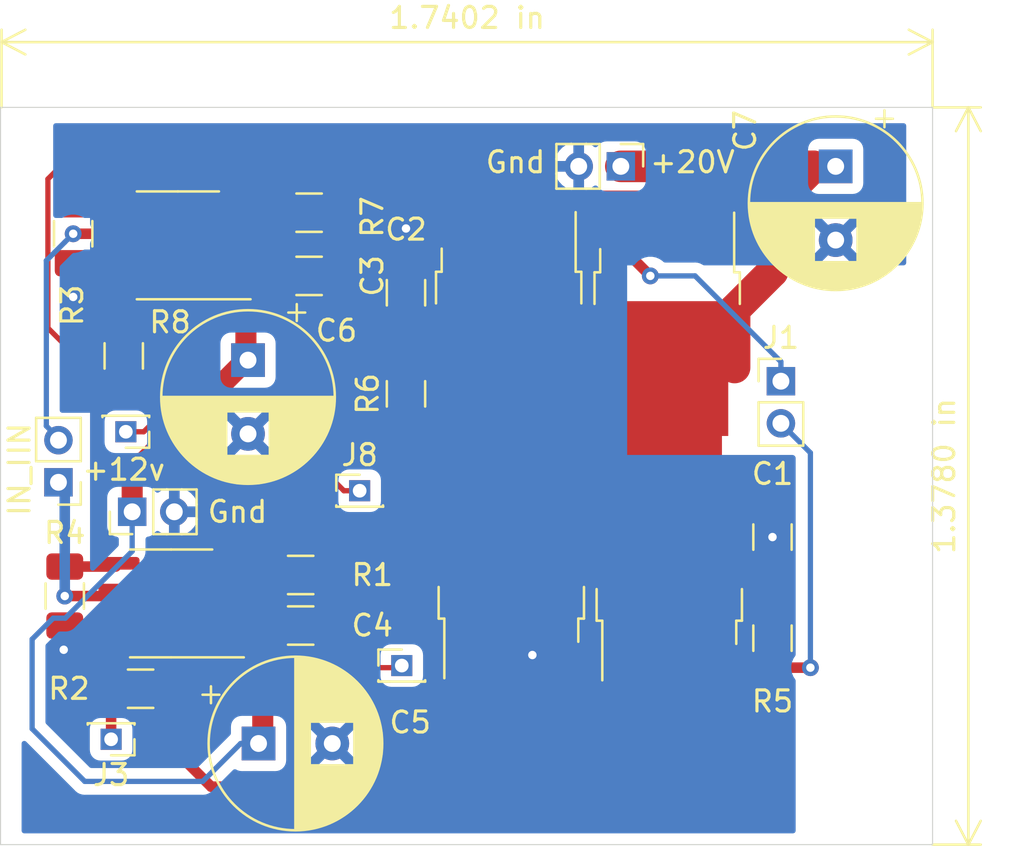
<source format=kicad_pcb>
(kicad_pcb (version 20171130) (host pcbnew 5.1.5+dfsg1-2build2)

  (general
    (thickness 1.6)
    (drawings 6)
    (tracks 175)
    (zones 0)
    (modules 29)
    (nets 22)
  )

  (page A4)
  (layers
    (0 F.Cu signal)
    (31 B.Cu signal)
    (32 B.Adhes user)
    (33 F.Adhes user)
    (34 B.Paste user)
    (35 F.Paste user)
    (36 B.SilkS user)
    (37 F.SilkS user)
    (38 B.Mask user)
    (39 F.Mask user)
    (40 Dwgs.User user)
    (41 Cmts.User user)
    (42 Eco1.User user)
    (43 Eco2.User user)
    (44 Edge.Cuts user)
    (45 Margin user)
    (46 B.CrtYd user)
    (47 F.CrtYd user)
    (48 B.Fab user)
    (49 F.Fab user hide)
  )

  (setup
    (last_trace_width 0.25)
    (trace_clearance 0.2)
    (zone_clearance 0.508)
    (zone_45_only no)
    (trace_min 0.2)
    (via_size 0.8)
    (via_drill 0.4)
    (via_min_size 0.4)
    (via_min_drill 0.3)
    (uvia_size 0.3)
    (uvia_drill 0.1)
    (uvias_allowed no)
    (uvia_min_size 0.2)
    (uvia_min_drill 0.1)
    (edge_width 0.05)
    (segment_width 0.2)
    (pcb_text_width 0.3)
    (pcb_text_size 1.5 1.5)
    (mod_edge_width 0.12)
    (mod_text_size 1 1)
    (mod_text_width 0.15)
    (pad_size 1.524 1.524)
    (pad_drill 0.762)
    (pad_to_mask_clearance 0.051)
    (solder_mask_min_width 0.25)
    (aux_axis_origin 0 0)
    (visible_elements FFFFFF7F)
    (pcbplotparams
      (layerselection 0x010fc_ffffffff)
      (usegerberextensions false)
      (usegerberattributes false)
      (usegerberadvancedattributes false)
      (creategerberjobfile false)
      (excludeedgelayer true)
      (linewidth 0.100000)
      (plotframeref false)
      (viasonmask false)
      (mode 1)
      (useauxorigin false)
      (hpglpennumber 1)
      (hpglpenspeed 20)
      (hpglpendiameter 15.000000)
      (psnegative false)
      (psa4output false)
      (plotreference true)
      (plotvalue true)
      (plotinvisibletext false)
      (padsonsilk false)
      (subtractmaskfromsilk false)
      (outputformat 1)
      (mirror false)
      (drillshape 1)
      (scaleselection 1)
      (outputdirectory ""))
  )

  (net 0 "")
  (net 1 "Net-(C1-Pad1)")
  (net 2 GND)
  (net 3 "Net-(C2-Pad1)")
  (net 4 "Net-(C3-Pad1)")
  (net 5 "Net-(C4-Pad1)")
  (net 6 +12V)
  (net 7 PWM)
  (net 8 AHO)
  (net 9 ALO)
  (net 10 BLO)
  (net 11 BHO)
  (net 12 PWMInv)
  (net 13 +24V)
  (net 14 "Net-(Q1-Pad1)")
  (net 15 "Net-(Q2-Pad1)")
  (net 16 "Net-(Q3-Pad1)")
  (net 17 "Net-(Q4-Pad1)")
  (net 18 AHS)
  (net 19 BHS)
  (net 20 "Net-(R3-Pad1)")
  (net 21 "Net-(R4-Pad1)")

  (net_class Default "This is the default net class."
    (clearance 0.2)
    (trace_width 0.25)
    (via_dia 0.8)
    (via_drill 0.4)
    (uvia_dia 0.3)
    (uvia_drill 0.1)
    (add_net +12V)
    (add_net +24V)
    (add_net AHO)
    (add_net AHS)
    (add_net ALO)
    (add_net BHO)
    (add_net BHS)
    (add_net BLO)
    (add_net GND)
    (add_net "Net-(C1-Pad1)")
    (add_net "Net-(C2-Pad1)")
    (add_net "Net-(C3-Pad1)")
    (add_net "Net-(C4-Pad1)")
    (add_net "Net-(Q1-Pad1)")
    (add_net "Net-(Q2-Pad1)")
    (add_net "Net-(Q3-Pad1)")
    (add_net "Net-(Q4-Pad1)")
    (add_net "Net-(R3-Pad1)")
    (add_net "Net-(R4-Pad1)")
    (add_net PWM)
    (add_net PWMInv)
  )

  (module Connector_PinHeader_1.27mm:PinHeader_1x01_P1.27mm_Vertical (layer F.Cu) (tedit 59FED6E3) (tstamp 6113D461)
    (at 147.8 101.2)
    (descr "Through hole straight pin header, 1x01, 1.27mm pitch, single row")
    (tags "Through hole pin header THT 1x01 1.27mm single row")
    (path /60F92932/6113A60E)
    (fp_text reference J8 (at 0 -1.695) (layer F.SilkS)
      (effects (font (size 1 1) (thickness 0.15)))
    )
    (fp_text value Conn_01x01_Male (at 0 1.695) (layer F.Fab)
      (effects (font (size 1 1) (thickness 0.15)))
    )
    (fp_text user %R (at 0 0 90) (layer F.Fab)
      (effects (font (size 1 1) (thickness 0.15)))
    )
    (fp_line (start 1.55 -1.15) (end -1.55 -1.15) (layer F.CrtYd) (width 0.05))
    (fp_line (start 1.55 1.15) (end 1.55 -1.15) (layer F.CrtYd) (width 0.05))
    (fp_line (start -1.55 1.15) (end 1.55 1.15) (layer F.CrtYd) (width 0.05))
    (fp_line (start -1.55 -1.15) (end -1.55 1.15) (layer F.CrtYd) (width 0.05))
    (fp_line (start -1.11 -0.76) (end 0 -0.76) (layer F.SilkS) (width 0.12))
    (fp_line (start -1.11 0) (end -1.11 -0.76) (layer F.SilkS) (width 0.12))
    (fp_line (start 0.563471 0.76) (end 1.11 0.76) (layer F.SilkS) (width 0.12))
    (fp_line (start -1.11 0.76) (end -0.563471 0.76) (layer F.SilkS) (width 0.12))
    (fp_line (start 1.11 0.76) (end 1.11 0.695) (layer F.SilkS) (width 0.12))
    (fp_line (start -1.11 0.76) (end -1.11 0.695) (layer F.SilkS) (width 0.12))
    (fp_line (start -1.11 0.76) (end 1.11 0.76) (layer F.SilkS) (width 0.12))
    (fp_line (start -1.05 -0.11) (end -0.525 -0.635) (layer F.Fab) (width 0.1))
    (fp_line (start -1.05 0.635) (end -1.05 -0.11) (layer F.Fab) (width 0.1))
    (fp_line (start 1.05 0.635) (end -1.05 0.635) (layer F.Fab) (width 0.1))
    (fp_line (start 1.05 -0.635) (end 1.05 0.635) (layer F.Fab) (width 0.1))
    (fp_line (start -0.525 -0.635) (end 1.05 -0.635) (layer F.Fab) (width 0.1))
    (pad 1 thru_hole rect (at 0 0) (size 1 1) (drill 0.65) (layers *.Cu *.Mask)
      (net 8 AHO))
    (model ${KISYS3DMOD}/Connector_PinHeader_1.27mm.3dshapes/PinHeader_1x01_P1.27mm_Vertical.wrl
      (at (xyz 0 0 0))
      (scale (xyz 1 1 1))
      (rotate (xyz 0 0 0))
    )
  )

  (module Connector_PinHeader_1.27mm:PinHeader_1x01_P1.27mm_Vertical (layer F.Cu) (tedit 59FED6E3) (tstamp 6113BF7C)
    (at 136.7 98.4 180)
    (descr "Through hole straight pin header, 1x01, 1.27mm pitch, single row")
    (tags "Through hole pin header THT 1x01 1.27mm single row")
    (path /60F92932/61139DF0)
    (fp_text reference J7 (at 0 -1.695) (layer F.SilkS) hide
      (effects (font (size 1 1) (thickness 0.15)))
    )
    (fp_text value Conn_01x01_Male (at 0 1.695) (layer F.Fab)
      (effects (font (size 1 1) (thickness 0.15)))
    )
    (fp_text user %R (at 0 0 90) (layer F.Fab)
      (effects (font (size 1 1) (thickness 0.15)))
    )
    (fp_line (start 1.55 -1.15) (end -1.55 -1.15) (layer F.CrtYd) (width 0.05))
    (fp_line (start 1.55 1.15) (end 1.55 -1.15) (layer F.CrtYd) (width 0.05))
    (fp_line (start -1.55 1.15) (end 1.55 1.15) (layer F.CrtYd) (width 0.05))
    (fp_line (start -1.55 -1.15) (end -1.55 1.15) (layer F.CrtYd) (width 0.05))
    (fp_line (start -1.11 -0.76) (end 0 -0.76) (layer F.SilkS) (width 0.12))
    (fp_line (start -1.11 0) (end -1.11 -0.76) (layer F.SilkS) (width 0.12))
    (fp_line (start 0.563471 0.76) (end 1.11 0.76) (layer F.SilkS) (width 0.12))
    (fp_line (start -1.11 0.76) (end -0.563471 0.76) (layer F.SilkS) (width 0.12))
    (fp_line (start 1.11 0.76) (end 1.11 0.695) (layer F.SilkS) (width 0.12))
    (fp_line (start -1.11 0.76) (end -1.11 0.695) (layer F.SilkS) (width 0.12))
    (fp_line (start -1.11 0.76) (end 1.11 0.76) (layer F.SilkS) (width 0.12))
    (fp_line (start -1.05 -0.11) (end -0.525 -0.635) (layer F.Fab) (width 0.1))
    (fp_line (start -1.05 0.635) (end -1.05 -0.11) (layer F.Fab) (width 0.1))
    (fp_line (start 1.05 0.635) (end -1.05 0.635) (layer F.Fab) (width 0.1))
    (fp_line (start 1.05 -0.635) (end 1.05 0.635) (layer F.Fab) (width 0.1))
    (fp_line (start -0.525 -0.635) (end 1.05 -0.635) (layer F.Fab) (width 0.1))
    (pad 1 thru_hole rect (at 0 0 180) (size 1 1) (drill 0.65) (layers *.Cu *.Mask)
      (net 9 ALO))
    (model ${KISYS3DMOD}/Connector_PinHeader_1.27mm.3dshapes/PinHeader_1x01_P1.27mm_Vertical.wrl
      (at (xyz 0 0 0))
      (scale (xyz 1 1 1))
      (rotate (xyz 0 0 0))
    )
  )

  (module Connector_PinHeader_1.27mm:PinHeader_1x01_P1.27mm_Vertical (layer F.Cu) (tedit 59FED6E3) (tstamp 6113BBB4)
    (at 149.8 109.5)
    (descr "Through hole straight pin header, 1x01, 1.27mm pitch, single row")
    (tags "Through hole pin header THT 1x01 1.27mm single row")
    (path /60F92932/6113AFE0)
    (fp_text reference J6 (at 0 -1.695) (layer F.SilkS) hide
      (effects (font (size 1 1) (thickness 0.15)))
    )
    (fp_text value Conn_01x01_Male (at 0 1.695) (layer F.Fab)
      (effects (font (size 1 1) (thickness 0.15)))
    )
    (fp_text user %R (at 0 0 90) (layer F.Fab)
      (effects (font (size 1 1) (thickness 0.15)))
    )
    (fp_line (start 1.55 -1.15) (end -1.55 -1.15) (layer F.CrtYd) (width 0.05))
    (fp_line (start 1.55 1.15) (end 1.55 -1.15) (layer F.CrtYd) (width 0.05))
    (fp_line (start -1.55 1.15) (end 1.55 1.15) (layer F.CrtYd) (width 0.05))
    (fp_line (start -1.55 -1.15) (end -1.55 1.15) (layer F.CrtYd) (width 0.05))
    (fp_line (start -1.11 -0.76) (end 0 -0.76) (layer F.SilkS) (width 0.12))
    (fp_line (start -1.11 0) (end -1.11 -0.76) (layer F.SilkS) (width 0.12))
    (fp_line (start 0.563471 0.76) (end 1.11 0.76) (layer F.SilkS) (width 0.12))
    (fp_line (start -1.11 0.76) (end -0.563471 0.76) (layer F.SilkS) (width 0.12))
    (fp_line (start 1.11 0.76) (end 1.11 0.695) (layer F.SilkS) (width 0.12))
    (fp_line (start -1.11 0.76) (end -1.11 0.695) (layer F.SilkS) (width 0.12))
    (fp_line (start -1.11 0.76) (end 1.11 0.76) (layer F.SilkS) (width 0.12))
    (fp_line (start -1.05 -0.11) (end -0.525 -0.635) (layer F.Fab) (width 0.1))
    (fp_line (start -1.05 0.635) (end -1.05 -0.11) (layer F.Fab) (width 0.1))
    (fp_line (start 1.05 0.635) (end -1.05 0.635) (layer F.Fab) (width 0.1))
    (fp_line (start 1.05 -0.635) (end 1.05 0.635) (layer F.Fab) (width 0.1))
    (fp_line (start -0.525 -0.635) (end 1.05 -0.635) (layer F.Fab) (width 0.1))
    (pad 1 thru_hole rect (at 0 0) (size 1 1) (drill 0.65) (layers *.Cu *.Mask)
      (net 11 BHO))
    (model ${KISYS3DMOD}/Connector_PinHeader_1.27mm.3dshapes/PinHeader_1x01_P1.27mm_Vertical.wrl
      (at (xyz 0 0 0))
      (scale (xyz 1 1 1))
      (rotate (xyz 0 0 0))
    )
  )

  (module Connector_PinHeader_1.27mm:PinHeader_1x01_P1.27mm_Vertical (layer F.Cu) (tedit 59FED6E3) (tstamp 6113BB43)
    (at 136 113 180)
    (descr "Through hole straight pin header, 1x01, 1.27mm pitch, single row")
    (tags "Through hole pin header THT 1x01 1.27mm single row")
    (path /60F92932/6113BA03)
    (fp_text reference J3 (at 0 -1.695) (layer F.SilkS)
      (effects (font (size 1 1) (thickness 0.15)))
    )
    (fp_text value Conn_01x01_Male (at 0 1.695) (layer F.Fab)
      (effects (font (size 1 1) (thickness 0.15)))
    )
    (fp_text user %R (at 0 0 90) (layer F.Fab)
      (effects (font (size 1 1) (thickness 0.15)))
    )
    (fp_line (start 1.55 -1.15) (end -1.55 -1.15) (layer F.CrtYd) (width 0.05))
    (fp_line (start 1.55 1.15) (end 1.55 -1.15) (layer F.CrtYd) (width 0.05))
    (fp_line (start -1.55 1.15) (end 1.55 1.15) (layer F.CrtYd) (width 0.05))
    (fp_line (start -1.55 -1.15) (end -1.55 1.15) (layer F.CrtYd) (width 0.05))
    (fp_line (start -1.11 -0.76) (end 0 -0.76) (layer F.SilkS) (width 0.12))
    (fp_line (start -1.11 0) (end -1.11 -0.76) (layer F.SilkS) (width 0.12))
    (fp_line (start 0.563471 0.76) (end 1.11 0.76) (layer F.SilkS) (width 0.12))
    (fp_line (start -1.11 0.76) (end -0.563471 0.76) (layer F.SilkS) (width 0.12))
    (fp_line (start 1.11 0.76) (end 1.11 0.695) (layer F.SilkS) (width 0.12))
    (fp_line (start -1.11 0.76) (end -1.11 0.695) (layer F.SilkS) (width 0.12))
    (fp_line (start -1.11 0.76) (end 1.11 0.76) (layer F.SilkS) (width 0.12))
    (fp_line (start -1.05 -0.11) (end -0.525 -0.635) (layer F.Fab) (width 0.1))
    (fp_line (start -1.05 0.635) (end -1.05 -0.11) (layer F.Fab) (width 0.1))
    (fp_line (start 1.05 0.635) (end -1.05 0.635) (layer F.Fab) (width 0.1))
    (fp_line (start 1.05 -0.635) (end 1.05 0.635) (layer F.Fab) (width 0.1))
    (fp_line (start -0.525 -0.635) (end 1.05 -0.635) (layer F.Fab) (width 0.1))
    (pad 1 thru_hole rect (at 0 0 180) (size 1 1) (drill 0.65) (layers *.Cu *.Mask)
      (net 10 BLO))
    (model ${KISYS3DMOD}/Connector_PinHeader_1.27mm.3dshapes/PinHeader_1x01_P1.27mm_Vertical.wrl
      (at (xyz 0 0 0))
      (scale (xyz 1 1 1))
      (rotate (xyz 0 0 0))
    )
  )

  (module Capacitor_THT:CP_Radial_D8.0mm_P3.50mm (layer F.Cu) (tedit 5AE50EF0) (tstamp 6113C944)
    (at 143 113.2)
    (descr "CP, Radial series, Radial, pin pitch=3.50mm, , diameter=8mm, Electrolytic Capacitor")
    (tags "CP Radial series Radial pin pitch 3.50mm  diameter 8mm Electrolytic Capacitor")
    (path /60F92932/610258D8)
    (fp_text reference C5 (at 7.2 -1) (layer F.SilkS)
      (effects (font (size 1 1) (thickness 0.15)))
    )
    (fp_text value C (at 1.75 5.25) (layer F.Fab)
      (effects (font (size 1 1) (thickness 0.15)))
    )
    (fp_text user %R (at 1.75 0) (layer F.Fab)
      (effects (font (size 1 1) (thickness 0.15)))
    )
    (fp_line (start -2.259698 -2.715) (end -2.259698 -1.915) (layer F.SilkS) (width 0.12))
    (fp_line (start -2.659698 -2.315) (end -1.859698 -2.315) (layer F.SilkS) (width 0.12))
    (fp_line (start 5.831 -0.533) (end 5.831 0.533) (layer F.SilkS) (width 0.12))
    (fp_line (start 5.791 -0.768) (end 5.791 0.768) (layer F.SilkS) (width 0.12))
    (fp_line (start 5.751 -0.948) (end 5.751 0.948) (layer F.SilkS) (width 0.12))
    (fp_line (start 5.711 -1.098) (end 5.711 1.098) (layer F.SilkS) (width 0.12))
    (fp_line (start 5.671 -1.229) (end 5.671 1.229) (layer F.SilkS) (width 0.12))
    (fp_line (start 5.631 -1.346) (end 5.631 1.346) (layer F.SilkS) (width 0.12))
    (fp_line (start 5.591 -1.453) (end 5.591 1.453) (layer F.SilkS) (width 0.12))
    (fp_line (start 5.551 -1.552) (end 5.551 1.552) (layer F.SilkS) (width 0.12))
    (fp_line (start 5.511 -1.645) (end 5.511 1.645) (layer F.SilkS) (width 0.12))
    (fp_line (start 5.471 -1.731) (end 5.471 1.731) (layer F.SilkS) (width 0.12))
    (fp_line (start 5.431 -1.813) (end 5.431 1.813) (layer F.SilkS) (width 0.12))
    (fp_line (start 5.391 -1.89) (end 5.391 1.89) (layer F.SilkS) (width 0.12))
    (fp_line (start 5.351 -1.964) (end 5.351 1.964) (layer F.SilkS) (width 0.12))
    (fp_line (start 5.311 -2.034) (end 5.311 2.034) (layer F.SilkS) (width 0.12))
    (fp_line (start 5.271 -2.102) (end 5.271 2.102) (layer F.SilkS) (width 0.12))
    (fp_line (start 5.231 -2.166) (end 5.231 2.166) (layer F.SilkS) (width 0.12))
    (fp_line (start 5.191 -2.228) (end 5.191 2.228) (layer F.SilkS) (width 0.12))
    (fp_line (start 5.151 -2.287) (end 5.151 2.287) (layer F.SilkS) (width 0.12))
    (fp_line (start 5.111 -2.345) (end 5.111 2.345) (layer F.SilkS) (width 0.12))
    (fp_line (start 5.071 -2.4) (end 5.071 2.4) (layer F.SilkS) (width 0.12))
    (fp_line (start 5.031 -2.454) (end 5.031 2.454) (layer F.SilkS) (width 0.12))
    (fp_line (start 4.991 -2.505) (end 4.991 2.505) (layer F.SilkS) (width 0.12))
    (fp_line (start 4.951 -2.556) (end 4.951 2.556) (layer F.SilkS) (width 0.12))
    (fp_line (start 4.911 -2.604) (end 4.911 2.604) (layer F.SilkS) (width 0.12))
    (fp_line (start 4.871 -2.651) (end 4.871 2.651) (layer F.SilkS) (width 0.12))
    (fp_line (start 4.831 -2.697) (end 4.831 2.697) (layer F.SilkS) (width 0.12))
    (fp_line (start 4.791 -2.741) (end 4.791 2.741) (layer F.SilkS) (width 0.12))
    (fp_line (start 4.751 -2.784) (end 4.751 2.784) (layer F.SilkS) (width 0.12))
    (fp_line (start 4.711 -2.826) (end 4.711 2.826) (layer F.SilkS) (width 0.12))
    (fp_line (start 4.671 -2.867) (end 4.671 2.867) (layer F.SilkS) (width 0.12))
    (fp_line (start 4.631 -2.907) (end 4.631 2.907) (layer F.SilkS) (width 0.12))
    (fp_line (start 4.591 -2.945) (end 4.591 2.945) (layer F.SilkS) (width 0.12))
    (fp_line (start 4.551 -2.983) (end 4.551 2.983) (layer F.SilkS) (width 0.12))
    (fp_line (start 4.511 1.04) (end 4.511 3.019) (layer F.SilkS) (width 0.12))
    (fp_line (start 4.511 -3.019) (end 4.511 -1.04) (layer F.SilkS) (width 0.12))
    (fp_line (start 4.471 1.04) (end 4.471 3.055) (layer F.SilkS) (width 0.12))
    (fp_line (start 4.471 -3.055) (end 4.471 -1.04) (layer F.SilkS) (width 0.12))
    (fp_line (start 4.431 1.04) (end 4.431 3.09) (layer F.SilkS) (width 0.12))
    (fp_line (start 4.431 -3.09) (end 4.431 -1.04) (layer F.SilkS) (width 0.12))
    (fp_line (start 4.391 1.04) (end 4.391 3.124) (layer F.SilkS) (width 0.12))
    (fp_line (start 4.391 -3.124) (end 4.391 -1.04) (layer F.SilkS) (width 0.12))
    (fp_line (start 4.351 1.04) (end 4.351 3.156) (layer F.SilkS) (width 0.12))
    (fp_line (start 4.351 -3.156) (end 4.351 -1.04) (layer F.SilkS) (width 0.12))
    (fp_line (start 4.311 1.04) (end 4.311 3.189) (layer F.SilkS) (width 0.12))
    (fp_line (start 4.311 -3.189) (end 4.311 -1.04) (layer F.SilkS) (width 0.12))
    (fp_line (start 4.271 1.04) (end 4.271 3.22) (layer F.SilkS) (width 0.12))
    (fp_line (start 4.271 -3.22) (end 4.271 -1.04) (layer F.SilkS) (width 0.12))
    (fp_line (start 4.231 1.04) (end 4.231 3.25) (layer F.SilkS) (width 0.12))
    (fp_line (start 4.231 -3.25) (end 4.231 -1.04) (layer F.SilkS) (width 0.12))
    (fp_line (start 4.191 1.04) (end 4.191 3.28) (layer F.SilkS) (width 0.12))
    (fp_line (start 4.191 -3.28) (end 4.191 -1.04) (layer F.SilkS) (width 0.12))
    (fp_line (start 4.151 1.04) (end 4.151 3.309) (layer F.SilkS) (width 0.12))
    (fp_line (start 4.151 -3.309) (end 4.151 -1.04) (layer F.SilkS) (width 0.12))
    (fp_line (start 4.111 1.04) (end 4.111 3.338) (layer F.SilkS) (width 0.12))
    (fp_line (start 4.111 -3.338) (end 4.111 -1.04) (layer F.SilkS) (width 0.12))
    (fp_line (start 4.071 1.04) (end 4.071 3.365) (layer F.SilkS) (width 0.12))
    (fp_line (start 4.071 -3.365) (end 4.071 -1.04) (layer F.SilkS) (width 0.12))
    (fp_line (start 4.031 1.04) (end 4.031 3.392) (layer F.SilkS) (width 0.12))
    (fp_line (start 4.031 -3.392) (end 4.031 -1.04) (layer F.SilkS) (width 0.12))
    (fp_line (start 3.991 1.04) (end 3.991 3.418) (layer F.SilkS) (width 0.12))
    (fp_line (start 3.991 -3.418) (end 3.991 -1.04) (layer F.SilkS) (width 0.12))
    (fp_line (start 3.951 1.04) (end 3.951 3.444) (layer F.SilkS) (width 0.12))
    (fp_line (start 3.951 -3.444) (end 3.951 -1.04) (layer F.SilkS) (width 0.12))
    (fp_line (start 3.911 1.04) (end 3.911 3.469) (layer F.SilkS) (width 0.12))
    (fp_line (start 3.911 -3.469) (end 3.911 -1.04) (layer F.SilkS) (width 0.12))
    (fp_line (start 3.871 1.04) (end 3.871 3.493) (layer F.SilkS) (width 0.12))
    (fp_line (start 3.871 -3.493) (end 3.871 -1.04) (layer F.SilkS) (width 0.12))
    (fp_line (start 3.831 1.04) (end 3.831 3.517) (layer F.SilkS) (width 0.12))
    (fp_line (start 3.831 -3.517) (end 3.831 -1.04) (layer F.SilkS) (width 0.12))
    (fp_line (start 3.791 1.04) (end 3.791 3.54) (layer F.SilkS) (width 0.12))
    (fp_line (start 3.791 -3.54) (end 3.791 -1.04) (layer F.SilkS) (width 0.12))
    (fp_line (start 3.751 1.04) (end 3.751 3.562) (layer F.SilkS) (width 0.12))
    (fp_line (start 3.751 -3.562) (end 3.751 -1.04) (layer F.SilkS) (width 0.12))
    (fp_line (start 3.711 1.04) (end 3.711 3.584) (layer F.SilkS) (width 0.12))
    (fp_line (start 3.711 -3.584) (end 3.711 -1.04) (layer F.SilkS) (width 0.12))
    (fp_line (start 3.671 1.04) (end 3.671 3.606) (layer F.SilkS) (width 0.12))
    (fp_line (start 3.671 -3.606) (end 3.671 -1.04) (layer F.SilkS) (width 0.12))
    (fp_line (start 3.631 1.04) (end 3.631 3.627) (layer F.SilkS) (width 0.12))
    (fp_line (start 3.631 -3.627) (end 3.631 -1.04) (layer F.SilkS) (width 0.12))
    (fp_line (start 3.591 1.04) (end 3.591 3.647) (layer F.SilkS) (width 0.12))
    (fp_line (start 3.591 -3.647) (end 3.591 -1.04) (layer F.SilkS) (width 0.12))
    (fp_line (start 3.551 1.04) (end 3.551 3.666) (layer F.SilkS) (width 0.12))
    (fp_line (start 3.551 -3.666) (end 3.551 -1.04) (layer F.SilkS) (width 0.12))
    (fp_line (start 3.511 1.04) (end 3.511 3.686) (layer F.SilkS) (width 0.12))
    (fp_line (start 3.511 -3.686) (end 3.511 -1.04) (layer F.SilkS) (width 0.12))
    (fp_line (start 3.471 1.04) (end 3.471 3.704) (layer F.SilkS) (width 0.12))
    (fp_line (start 3.471 -3.704) (end 3.471 -1.04) (layer F.SilkS) (width 0.12))
    (fp_line (start 3.431 1.04) (end 3.431 3.722) (layer F.SilkS) (width 0.12))
    (fp_line (start 3.431 -3.722) (end 3.431 -1.04) (layer F.SilkS) (width 0.12))
    (fp_line (start 3.391 1.04) (end 3.391 3.74) (layer F.SilkS) (width 0.12))
    (fp_line (start 3.391 -3.74) (end 3.391 -1.04) (layer F.SilkS) (width 0.12))
    (fp_line (start 3.351 1.04) (end 3.351 3.757) (layer F.SilkS) (width 0.12))
    (fp_line (start 3.351 -3.757) (end 3.351 -1.04) (layer F.SilkS) (width 0.12))
    (fp_line (start 3.311 1.04) (end 3.311 3.774) (layer F.SilkS) (width 0.12))
    (fp_line (start 3.311 -3.774) (end 3.311 -1.04) (layer F.SilkS) (width 0.12))
    (fp_line (start 3.271 1.04) (end 3.271 3.79) (layer F.SilkS) (width 0.12))
    (fp_line (start 3.271 -3.79) (end 3.271 -1.04) (layer F.SilkS) (width 0.12))
    (fp_line (start 3.231 1.04) (end 3.231 3.805) (layer F.SilkS) (width 0.12))
    (fp_line (start 3.231 -3.805) (end 3.231 -1.04) (layer F.SilkS) (width 0.12))
    (fp_line (start 3.191 1.04) (end 3.191 3.821) (layer F.SilkS) (width 0.12))
    (fp_line (start 3.191 -3.821) (end 3.191 -1.04) (layer F.SilkS) (width 0.12))
    (fp_line (start 3.151 1.04) (end 3.151 3.835) (layer F.SilkS) (width 0.12))
    (fp_line (start 3.151 -3.835) (end 3.151 -1.04) (layer F.SilkS) (width 0.12))
    (fp_line (start 3.111 1.04) (end 3.111 3.85) (layer F.SilkS) (width 0.12))
    (fp_line (start 3.111 -3.85) (end 3.111 -1.04) (layer F.SilkS) (width 0.12))
    (fp_line (start 3.071 1.04) (end 3.071 3.863) (layer F.SilkS) (width 0.12))
    (fp_line (start 3.071 -3.863) (end 3.071 -1.04) (layer F.SilkS) (width 0.12))
    (fp_line (start 3.031 1.04) (end 3.031 3.877) (layer F.SilkS) (width 0.12))
    (fp_line (start 3.031 -3.877) (end 3.031 -1.04) (layer F.SilkS) (width 0.12))
    (fp_line (start 2.991 1.04) (end 2.991 3.889) (layer F.SilkS) (width 0.12))
    (fp_line (start 2.991 -3.889) (end 2.991 -1.04) (layer F.SilkS) (width 0.12))
    (fp_line (start 2.951 1.04) (end 2.951 3.902) (layer F.SilkS) (width 0.12))
    (fp_line (start 2.951 -3.902) (end 2.951 -1.04) (layer F.SilkS) (width 0.12))
    (fp_line (start 2.911 1.04) (end 2.911 3.914) (layer F.SilkS) (width 0.12))
    (fp_line (start 2.911 -3.914) (end 2.911 -1.04) (layer F.SilkS) (width 0.12))
    (fp_line (start 2.871 1.04) (end 2.871 3.925) (layer F.SilkS) (width 0.12))
    (fp_line (start 2.871 -3.925) (end 2.871 -1.04) (layer F.SilkS) (width 0.12))
    (fp_line (start 2.831 1.04) (end 2.831 3.936) (layer F.SilkS) (width 0.12))
    (fp_line (start 2.831 -3.936) (end 2.831 -1.04) (layer F.SilkS) (width 0.12))
    (fp_line (start 2.791 1.04) (end 2.791 3.947) (layer F.SilkS) (width 0.12))
    (fp_line (start 2.791 -3.947) (end 2.791 -1.04) (layer F.SilkS) (width 0.12))
    (fp_line (start 2.751 1.04) (end 2.751 3.957) (layer F.SilkS) (width 0.12))
    (fp_line (start 2.751 -3.957) (end 2.751 -1.04) (layer F.SilkS) (width 0.12))
    (fp_line (start 2.711 1.04) (end 2.711 3.967) (layer F.SilkS) (width 0.12))
    (fp_line (start 2.711 -3.967) (end 2.711 -1.04) (layer F.SilkS) (width 0.12))
    (fp_line (start 2.671 1.04) (end 2.671 3.976) (layer F.SilkS) (width 0.12))
    (fp_line (start 2.671 -3.976) (end 2.671 -1.04) (layer F.SilkS) (width 0.12))
    (fp_line (start 2.631 1.04) (end 2.631 3.985) (layer F.SilkS) (width 0.12))
    (fp_line (start 2.631 -3.985) (end 2.631 -1.04) (layer F.SilkS) (width 0.12))
    (fp_line (start 2.591 1.04) (end 2.591 3.994) (layer F.SilkS) (width 0.12))
    (fp_line (start 2.591 -3.994) (end 2.591 -1.04) (layer F.SilkS) (width 0.12))
    (fp_line (start 2.551 1.04) (end 2.551 4.002) (layer F.SilkS) (width 0.12))
    (fp_line (start 2.551 -4.002) (end 2.551 -1.04) (layer F.SilkS) (width 0.12))
    (fp_line (start 2.511 1.04) (end 2.511 4.01) (layer F.SilkS) (width 0.12))
    (fp_line (start 2.511 -4.01) (end 2.511 -1.04) (layer F.SilkS) (width 0.12))
    (fp_line (start 2.471 1.04) (end 2.471 4.017) (layer F.SilkS) (width 0.12))
    (fp_line (start 2.471 -4.017) (end 2.471 -1.04) (layer F.SilkS) (width 0.12))
    (fp_line (start 2.43 -4.024) (end 2.43 4.024) (layer F.SilkS) (width 0.12))
    (fp_line (start 2.39 -4.03) (end 2.39 4.03) (layer F.SilkS) (width 0.12))
    (fp_line (start 2.35 -4.037) (end 2.35 4.037) (layer F.SilkS) (width 0.12))
    (fp_line (start 2.31 -4.042) (end 2.31 4.042) (layer F.SilkS) (width 0.12))
    (fp_line (start 2.27 -4.048) (end 2.27 4.048) (layer F.SilkS) (width 0.12))
    (fp_line (start 2.23 -4.052) (end 2.23 4.052) (layer F.SilkS) (width 0.12))
    (fp_line (start 2.19 -4.057) (end 2.19 4.057) (layer F.SilkS) (width 0.12))
    (fp_line (start 2.15 -4.061) (end 2.15 4.061) (layer F.SilkS) (width 0.12))
    (fp_line (start 2.11 -4.065) (end 2.11 4.065) (layer F.SilkS) (width 0.12))
    (fp_line (start 2.07 -4.068) (end 2.07 4.068) (layer F.SilkS) (width 0.12))
    (fp_line (start 2.03 -4.071) (end 2.03 4.071) (layer F.SilkS) (width 0.12))
    (fp_line (start 1.99 -4.074) (end 1.99 4.074) (layer F.SilkS) (width 0.12))
    (fp_line (start 1.95 -4.076) (end 1.95 4.076) (layer F.SilkS) (width 0.12))
    (fp_line (start 1.91 -4.077) (end 1.91 4.077) (layer F.SilkS) (width 0.12))
    (fp_line (start 1.87 -4.079) (end 1.87 4.079) (layer F.SilkS) (width 0.12))
    (fp_line (start 1.83 -4.08) (end 1.83 4.08) (layer F.SilkS) (width 0.12))
    (fp_line (start 1.79 -4.08) (end 1.79 4.08) (layer F.SilkS) (width 0.12))
    (fp_line (start 1.75 -4.08) (end 1.75 4.08) (layer F.SilkS) (width 0.12))
    (fp_line (start -1.276759 -2.1475) (end -1.276759 -1.3475) (layer F.Fab) (width 0.1))
    (fp_line (start -1.676759 -1.7475) (end -0.876759 -1.7475) (layer F.Fab) (width 0.1))
    (fp_circle (center 1.75 0) (end 6 0) (layer F.CrtYd) (width 0.05))
    (fp_circle (center 1.75 0) (end 5.87 0) (layer F.SilkS) (width 0.12))
    (fp_circle (center 1.75 0) (end 5.75 0) (layer F.Fab) (width 0.1))
    (pad 2 thru_hole circle (at 3.5 0) (size 1.6 1.6) (drill 0.8) (layers *.Cu *.Mask)
      (net 2 GND))
    (pad 1 thru_hole rect (at 0 0) (size 1.6 1.6) (drill 0.8) (layers *.Cu *.Mask)
      (net 6 +12V))
    (model ${KISYS3DMOD}/Capacitor_THT.3dshapes/CP_Radial_D8.0mm_P3.50mm.wrl
      (at (xyz 0 0 0))
      (scale (xyz 1 1 1))
      (rotate (xyz 0 0 0))
    )
  )

  (module Capacitor_THT:CP_Radial_D8.0mm_P3.50mm (layer F.Cu) (tedit 5AE50EF0) (tstamp 611395F5)
    (at 142.5 95 270)
    (descr "CP, Radial series, Radial, pin pitch=3.50mm, , diameter=8mm, Electrolytic Capacitor")
    (tags "CP Radial series Radial pin pitch 3.50mm  diameter 8mm Electrolytic Capacitor")
    (path /60F92932/610260F5)
    (fp_text reference C6 (at -1.4 -4.2 180) (layer F.SilkS)
      (effects (font (size 1 1) (thickness 0.15)))
    )
    (fp_text value C (at 1.75 5.25 90) (layer F.Fab)
      (effects (font (size 1 1) (thickness 0.15)))
    )
    (fp_circle (center 1.75 0) (end 5.75 0) (layer F.Fab) (width 0.1))
    (fp_circle (center 1.75 0) (end 5.87 0) (layer F.SilkS) (width 0.12))
    (fp_circle (center 1.75 0) (end 6 0) (layer F.CrtYd) (width 0.05))
    (fp_line (start -1.676759 -1.7475) (end -0.876759 -1.7475) (layer F.Fab) (width 0.1))
    (fp_line (start -1.276759 -2.1475) (end -1.276759 -1.3475) (layer F.Fab) (width 0.1))
    (fp_line (start 1.75 -4.08) (end 1.75 4.08) (layer F.SilkS) (width 0.12))
    (fp_line (start 1.79 -4.08) (end 1.79 4.08) (layer F.SilkS) (width 0.12))
    (fp_line (start 1.83 -4.08) (end 1.83 4.08) (layer F.SilkS) (width 0.12))
    (fp_line (start 1.87 -4.079) (end 1.87 4.079) (layer F.SilkS) (width 0.12))
    (fp_line (start 1.91 -4.077) (end 1.91 4.077) (layer F.SilkS) (width 0.12))
    (fp_line (start 1.95 -4.076) (end 1.95 4.076) (layer F.SilkS) (width 0.12))
    (fp_line (start 1.99 -4.074) (end 1.99 4.074) (layer F.SilkS) (width 0.12))
    (fp_line (start 2.03 -4.071) (end 2.03 4.071) (layer F.SilkS) (width 0.12))
    (fp_line (start 2.07 -4.068) (end 2.07 4.068) (layer F.SilkS) (width 0.12))
    (fp_line (start 2.11 -4.065) (end 2.11 4.065) (layer F.SilkS) (width 0.12))
    (fp_line (start 2.15 -4.061) (end 2.15 4.061) (layer F.SilkS) (width 0.12))
    (fp_line (start 2.19 -4.057) (end 2.19 4.057) (layer F.SilkS) (width 0.12))
    (fp_line (start 2.23 -4.052) (end 2.23 4.052) (layer F.SilkS) (width 0.12))
    (fp_line (start 2.27 -4.048) (end 2.27 4.048) (layer F.SilkS) (width 0.12))
    (fp_line (start 2.31 -4.042) (end 2.31 4.042) (layer F.SilkS) (width 0.12))
    (fp_line (start 2.35 -4.037) (end 2.35 4.037) (layer F.SilkS) (width 0.12))
    (fp_line (start 2.39 -4.03) (end 2.39 4.03) (layer F.SilkS) (width 0.12))
    (fp_line (start 2.43 -4.024) (end 2.43 4.024) (layer F.SilkS) (width 0.12))
    (fp_line (start 2.471 -4.017) (end 2.471 -1.04) (layer F.SilkS) (width 0.12))
    (fp_line (start 2.471 1.04) (end 2.471 4.017) (layer F.SilkS) (width 0.12))
    (fp_line (start 2.511 -4.01) (end 2.511 -1.04) (layer F.SilkS) (width 0.12))
    (fp_line (start 2.511 1.04) (end 2.511 4.01) (layer F.SilkS) (width 0.12))
    (fp_line (start 2.551 -4.002) (end 2.551 -1.04) (layer F.SilkS) (width 0.12))
    (fp_line (start 2.551 1.04) (end 2.551 4.002) (layer F.SilkS) (width 0.12))
    (fp_line (start 2.591 -3.994) (end 2.591 -1.04) (layer F.SilkS) (width 0.12))
    (fp_line (start 2.591 1.04) (end 2.591 3.994) (layer F.SilkS) (width 0.12))
    (fp_line (start 2.631 -3.985) (end 2.631 -1.04) (layer F.SilkS) (width 0.12))
    (fp_line (start 2.631 1.04) (end 2.631 3.985) (layer F.SilkS) (width 0.12))
    (fp_line (start 2.671 -3.976) (end 2.671 -1.04) (layer F.SilkS) (width 0.12))
    (fp_line (start 2.671 1.04) (end 2.671 3.976) (layer F.SilkS) (width 0.12))
    (fp_line (start 2.711 -3.967) (end 2.711 -1.04) (layer F.SilkS) (width 0.12))
    (fp_line (start 2.711 1.04) (end 2.711 3.967) (layer F.SilkS) (width 0.12))
    (fp_line (start 2.751 -3.957) (end 2.751 -1.04) (layer F.SilkS) (width 0.12))
    (fp_line (start 2.751 1.04) (end 2.751 3.957) (layer F.SilkS) (width 0.12))
    (fp_line (start 2.791 -3.947) (end 2.791 -1.04) (layer F.SilkS) (width 0.12))
    (fp_line (start 2.791 1.04) (end 2.791 3.947) (layer F.SilkS) (width 0.12))
    (fp_line (start 2.831 -3.936) (end 2.831 -1.04) (layer F.SilkS) (width 0.12))
    (fp_line (start 2.831 1.04) (end 2.831 3.936) (layer F.SilkS) (width 0.12))
    (fp_line (start 2.871 -3.925) (end 2.871 -1.04) (layer F.SilkS) (width 0.12))
    (fp_line (start 2.871 1.04) (end 2.871 3.925) (layer F.SilkS) (width 0.12))
    (fp_line (start 2.911 -3.914) (end 2.911 -1.04) (layer F.SilkS) (width 0.12))
    (fp_line (start 2.911 1.04) (end 2.911 3.914) (layer F.SilkS) (width 0.12))
    (fp_line (start 2.951 -3.902) (end 2.951 -1.04) (layer F.SilkS) (width 0.12))
    (fp_line (start 2.951 1.04) (end 2.951 3.902) (layer F.SilkS) (width 0.12))
    (fp_line (start 2.991 -3.889) (end 2.991 -1.04) (layer F.SilkS) (width 0.12))
    (fp_line (start 2.991 1.04) (end 2.991 3.889) (layer F.SilkS) (width 0.12))
    (fp_line (start 3.031 -3.877) (end 3.031 -1.04) (layer F.SilkS) (width 0.12))
    (fp_line (start 3.031 1.04) (end 3.031 3.877) (layer F.SilkS) (width 0.12))
    (fp_line (start 3.071 -3.863) (end 3.071 -1.04) (layer F.SilkS) (width 0.12))
    (fp_line (start 3.071 1.04) (end 3.071 3.863) (layer F.SilkS) (width 0.12))
    (fp_line (start 3.111 -3.85) (end 3.111 -1.04) (layer F.SilkS) (width 0.12))
    (fp_line (start 3.111 1.04) (end 3.111 3.85) (layer F.SilkS) (width 0.12))
    (fp_line (start 3.151 -3.835) (end 3.151 -1.04) (layer F.SilkS) (width 0.12))
    (fp_line (start 3.151 1.04) (end 3.151 3.835) (layer F.SilkS) (width 0.12))
    (fp_line (start 3.191 -3.821) (end 3.191 -1.04) (layer F.SilkS) (width 0.12))
    (fp_line (start 3.191 1.04) (end 3.191 3.821) (layer F.SilkS) (width 0.12))
    (fp_line (start 3.231 -3.805) (end 3.231 -1.04) (layer F.SilkS) (width 0.12))
    (fp_line (start 3.231 1.04) (end 3.231 3.805) (layer F.SilkS) (width 0.12))
    (fp_line (start 3.271 -3.79) (end 3.271 -1.04) (layer F.SilkS) (width 0.12))
    (fp_line (start 3.271 1.04) (end 3.271 3.79) (layer F.SilkS) (width 0.12))
    (fp_line (start 3.311 -3.774) (end 3.311 -1.04) (layer F.SilkS) (width 0.12))
    (fp_line (start 3.311 1.04) (end 3.311 3.774) (layer F.SilkS) (width 0.12))
    (fp_line (start 3.351 -3.757) (end 3.351 -1.04) (layer F.SilkS) (width 0.12))
    (fp_line (start 3.351 1.04) (end 3.351 3.757) (layer F.SilkS) (width 0.12))
    (fp_line (start 3.391 -3.74) (end 3.391 -1.04) (layer F.SilkS) (width 0.12))
    (fp_line (start 3.391 1.04) (end 3.391 3.74) (layer F.SilkS) (width 0.12))
    (fp_line (start 3.431 -3.722) (end 3.431 -1.04) (layer F.SilkS) (width 0.12))
    (fp_line (start 3.431 1.04) (end 3.431 3.722) (layer F.SilkS) (width 0.12))
    (fp_line (start 3.471 -3.704) (end 3.471 -1.04) (layer F.SilkS) (width 0.12))
    (fp_line (start 3.471 1.04) (end 3.471 3.704) (layer F.SilkS) (width 0.12))
    (fp_line (start 3.511 -3.686) (end 3.511 -1.04) (layer F.SilkS) (width 0.12))
    (fp_line (start 3.511 1.04) (end 3.511 3.686) (layer F.SilkS) (width 0.12))
    (fp_line (start 3.551 -3.666) (end 3.551 -1.04) (layer F.SilkS) (width 0.12))
    (fp_line (start 3.551 1.04) (end 3.551 3.666) (layer F.SilkS) (width 0.12))
    (fp_line (start 3.591 -3.647) (end 3.591 -1.04) (layer F.SilkS) (width 0.12))
    (fp_line (start 3.591 1.04) (end 3.591 3.647) (layer F.SilkS) (width 0.12))
    (fp_line (start 3.631 -3.627) (end 3.631 -1.04) (layer F.SilkS) (width 0.12))
    (fp_line (start 3.631 1.04) (end 3.631 3.627) (layer F.SilkS) (width 0.12))
    (fp_line (start 3.671 -3.606) (end 3.671 -1.04) (layer F.SilkS) (width 0.12))
    (fp_line (start 3.671 1.04) (end 3.671 3.606) (layer F.SilkS) (width 0.12))
    (fp_line (start 3.711 -3.584) (end 3.711 -1.04) (layer F.SilkS) (width 0.12))
    (fp_line (start 3.711 1.04) (end 3.711 3.584) (layer F.SilkS) (width 0.12))
    (fp_line (start 3.751 -3.562) (end 3.751 -1.04) (layer F.SilkS) (width 0.12))
    (fp_line (start 3.751 1.04) (end 3.751 3.562) (layer F.SilkS) (width 0.12))
    (fp_line (start 3.791 -3.54) (end 3.791 -1.04) (layer F.SilkS) (width 0.12))
    (fp_line (start 3.791 1.04) (end 3.791 3.54) (layer F.SilkS) (width 0.12))
    (fp_line (start 3.831 -3.517) (end 3.831 -1.04) (layer F.SilkS) (width 0.12))
    (fp_line (start 3.831 1.04) (end 3.831 3.517) (layer F.SilkS) (width 0.12))
    (fp_line (start 3.871 -3.493) (end 3.871 -1.04) (layer F.SilkS) (width 0.12))
    (fp_line (start 3.871 1.04) (end 3.871 3.493) (layer F.SilkS) (width 0.12))
    (fp_line (start 3.911 -3.469) (end 3.911 -1.04) (layer F.SilkS) (width 0.12))
    (fp_line (start 3.911 1.04) (end 3.911 3.469) (layer F.SilkS) (width 0.12))
    (fp_line (start 3.951 -3.444) (end 3.951 -1.04) (layer F.SilkS) (width 0.12))
    (fp_line (start 3.951 1.04) (end 3.951 3.444) (layer F.SilkS) (width 0.12))
    (fp_line (start 3.991 -3.418) (end 3.991 -1.04) (layer F.SilkS) (width 0.12))
    (fp_line (start 3.991 1.04) (end 3.991 3.418) (layer F.SilkS) (width 0.12))
    (fp_line (start 4.031 -3.392) (end 4.031 -1.04) (layer F.SilkS) (width 0.12))
    (fp_line (start 4.031 1.04) (end 4.031 3.392) (layer F.SilkS) (width 0.12))
    (fp_line (start 4.071 -3.365) (end 4.071 -1.04) (layer F.SilkS) (width 0.12))
    (fp_line (start 4.071 1.04) (end 4.071 3.365) (layer F.SilkS) (width 0.12))
    (fp_line (start 4.111 -3.338) (end 4.111 -1.04) (layer F.SilkS) (width 0.12))
    (fp_line (start 4.111 1.04) (end 4.111 3.338) (layer F.SilkS) (width 0.12))
    (fp_line (start 4.151 -3.309) (end 4.151 -1.04) (layer F.SilkS) (width 0.12))
    (fp_line (start 4.151 1.04) (end 4.151 3.309) (layer F.SilkS) (width 0.12))
    (fp_line (start 4.191 -3.28) (end 4.191 -1.04) (layer F.SilkS) (width 0.12))
    (fp_line (start 4.191 1.04) (end 4.191 3.28) (layer F.SilkS) (width 0.12))
    (fp_line (start 4.231 -3.25) (end 4.231 -1.04) (layer F.SilkS) (width 0.12))
    (fp_line (start 4.231 1.04) (end 4.231 3.25) (layer F.SilkS) (width 0.12))
    (fp_line (start 4.271 -3.22) (end 4.271 -1.04) (layer F.SilkS) (width 0.12))
    (fp_line (start 4.271 1.04) (end 4.271 3.22) (layer F.SilkS) (width 0.12))
    (fp_line (start 4.311 -3.189) (end 4.311 -1.04) (layer F.SilkS) (width 0.12))
    (fp_line (start 4.311 1.04) (end 4.311 3.189) (layer F.SilkS) (width 0.12))
    (fp_line (start 4.351 -3.156) (end 4.351 -1.04) (layer F.SilkS) (width 0.12))
    (fp_line (start 4.351 1.04) (end 4.351 3.156) (layer F.SilkS) (width 0.12))
    (fp_line (start 4.391 -3.124) (end 4.391 -1.04) (layer F.SilkS) (width 0.12))
    (fp_line (start 4.391 1.04) (end 4.391 3.124) (layer F.SilkS) (width 0.12))
    (fp_line (start 4.431 -3.09) (end 4.431 -1.04) (layer F.SilkS) (width 0.12))
    (fp_line (start 4.431 1.04) (end 4.431 3.09) (layer F.SilkS) (width 0.12))
    (fp_line (start 4.471 -3.055) (end 4.471 -1.04) (layer F.SilkS) (width 0.12))
    (fp_line (start 4.471 1.04) (end 4.471 3.055) (layer F.SilkS) (width 0.12))
    (fp_line (start 4.511 -3.019) (end 4.511 -1.04) (layer F.SilkS) (width 0.12))
    (fp_line (start 4.511 1.04) (end 4.511 3.019) (layer F.SilkS) (width 0.12))
    (fp_line (start 4.551 -2.983) (end 4.551 2.983) (layer F.SilkS) (width 0.12))
    (fp_line (start 4.591 -2.945) (end 4.591 2.945) (layer F.SilkS) (width 0.12))
    (fp_line (start 4.631 -2.907) (end 4.631 2.907) (layer F.SilkS) (width 0.12))
    (fp_line (start 4.671 -2.867) (end 4.671 2.867) (layer F.SilkS) (width 0.12))
    (fp_line (start 4.711 -2.826) (end 4.711 2.826) (layer F.SilkS) (width 0.12))
    (fp_line (start 4.751 -2.784) (end 4.751 2.784) (layer F.SilkS) (width 0.12))
    (fp_line (start 4.791 -2.741) (end 4.791 2.741) (layer F.SilkS) (width 0.12))
    (fp_line (start 4.831 -2.697) (end 4.831 2.697) (layer F.SilkS) (width 0.12))
    (fp_line (start 4.871 -2.651) (end 4.871 2.651) (layer F.SilkS) (width 0.12))
    (fp_line (start 4.911 -2.604) (end 4.911 2.604) (layer F.SilkS) (width 0.12))
    (fp_line (start 4.951 -2.556) (end 4.951 2.556) (layer F.SilkS) (width 0.12))
    (fp_line (start 4.991 -2.505) (end 4.991 2.505) (layer F.SilkS) (width 0.12))
    (fp_line (start 5.031 -2.454) (end 5.031 2.454) (layer F.SilkS) (width 0.12))
    (fp_line (start 5.071 -2.4) (end 5.071 2.4) (layer F.SilkS) (width 0.12))
    (fp_line (start 5.111 -2.345) (end 5.111 2.345) (layer F.SilkS) (width 0.12))
    (fp_line (start 5.151 -2.287) (end 5.151 2.287) (layer F.SilkS) (width 0.12))
    (fp_line (start 5.191 -2.228) (end 5.191 2.228) (layer F.SilkS) (width 0.12))
    (fp_line (start 5.231 -2.166) (end 5.231 2.166) (layer F.SilkS) (width 0.12))
    (fp_line (start 5.271 -2.102) (end 5.271 2.102) (layer F.SilkS) (width 0.12))
    (fp_line (start 5.311 -2.034) (end 5.311 2.034) (layer F.SilkS) (width 0.12))
    (fp_line (start 5.351 -1.964) (end 5.351 1.964) (layer F.SilkS) (width 0.12))
    (fp_line (start 5.391 -1.89) (end 5.391 1.89) (layer F.SilkS) (width 0.12))
    (fp_line (start 5.431 -1.813) (end 5.431 1.813) (layer F.SilkS) (width 0.12))
    (fp_line (start 5.471 -1.731) (end 5.471 1.731) (layer F.SilkS) (width 0.12))
    (fp_line (start 5.511 -1.645) (end 5.511 1.645) (layer F.SilkS) (width 0.12))
    (fp_line (start 5.551 -1.552) (end 5.551 1.552) (layer F.SilkS) (width 0.12))
    (fp_line (start 5.591 -1.453) (end 5.591 1.453) (layer F.SilkS) (width 0.12))
    (fp_line (start 5.631 -1.346) (end 5.631 1.346) (layer F.SilkS) (width 0.12))
    (fp_line (start 5.671 -1.229) (end 5.671 1.229) (layer F.SilkS) (width 0.12))
    (fp_line (start 5.711 -1.098) (end 5.711 1.098) (layer F.SilkS) (width 0.12))
    (fp_line (start 5.751 -0.948) (end 5.751 0.948) (layer F.SilkS) (width 0.12))
    (fp_line (start 5.791 -0.768) (end 5.791 0.768) (layer F.SilkS) (width 0.12))
    (fp_line (start 5.831 -0.533) (end 5.831 0.533) (layer F.SilkS) (width 0.12))
    (fp_line (start -2.659698 -2.315) (end -1.859698 -2.315) (layer F.SilkS) (width 0.12))
    (fp_line (start -2.259698 -2.715) (end -2.259698 -1.915) (layer F.SilkS) (width 0.12))
    (fp_text user %R (at 1.75 0 90) (layer F.Fab)
      (effects (font (size 1 1) (thickness 0.15)))
    )
    (pad 1 thru_hole rect (at 0 0 270) (size 1.6 1.6) (drill 0.8) (layers *.Cu *.Mask)
      (net 6 +12V))
    (pad 2 thru_hole circle (at 3.5 0 270) (size 1.6 1.6) (drill 0.8) (layers *.Cu *.Mask)
      (net 2 GND))
    (model ${KISYS3DMOD}/Capacitor_THT.3dshapes/CP_Radial_D8.0mm_P3.50mm.wrl
      (at (xyz 0 0 0))
      (scale (xyz 1 1 1))
      (rotate (xyz 0 0 0))
    )
  )

  (module Capacitor_THT:CP_Radial_D8.0mm_P3.50mm (layer F.Cu) (tedit 5AE50EF0) (tstamp 61139A58)
    (at 170.4 85.8 270)
    (descr "CP, Radial series, Radial, pin pitch=3.50mm, , diameter=8mm, Electrolytic Capacitor")
    (tags "CP Radial series Radial pin pitch 3.50mm  diameter 8mm Electrolytic Capacitor")
    (path /60F92932/6109C841)
    (fp_text reference C7 (at -1.7 4.3 90) (layer F.SilkS)
      (effects (font (size 1 1) (thickness 0.15)))
    )
    (fp_text value C (at 1.75 5.25 90) (layer F.Fab)
      (effects (font (size 1 1) (thickness 0.15)))
    )
    (fp_circle (center 1.75 0) (end 5.75 0) (layer F.Fab) (width 0.1))
    (fp_circle (center 1.75 0) (end 5.87 0) (layer F.SilkS) (width 0.12))
    (fp_circle (center 1.75 0) (end 6 0) (layer F.CrtYd) (width 0.05))
    (fp_line (start -1.676759 -1.7475) (end -0.876759 -1.7475) (layer F.Fab) (width 0.1))
    (fp_line (start -1.276759 -2.1475) (end -1.276759 -1.3475) (layer F.Fab) (width 0.1))
    (fp_line (start 1.75 -4.08) (end 1.75 4.08) (layer F.SilkS) (width 0.12))
    (fp_line (start 1.79 -4.08) (end 1.79 4.08) (layer F.SilkS) (width 0.12))
    (fp_line (start 1.83 -4.08) (end 1.83 4.08) (layer F.SilkS) (width 0.12))
    (fp_line (start 1.87 -4.079) (end 1.87 4.079) (layer F.SilkS) (width 0.12))
    (fp_line (start 1.91 -4.077) (end 1.91 4.077) (layer F.SilkS) (width 0.12))
    (fp_line (start 1.95 -4.076) (end 1.95 4.076) (layer F.SilkS) (width 0.12))
    (fp_line (start 1.99 -4.074) (end 1.99 4.074) (layer F.SilkS) (width 0.12))
    (fp_line (start 2.03 -4.071) (end 2.03 4.071) (layer F.SilkS) (width 0.12))
    (fp_line (start 2.07 -4.068) (end 2.07 4.068) (layer F.SilkS) (width 0.12))
    (fp_line (start 2.11 -4.065) (end 2.11 4.065) (layer F.SilkS) (width 0.12))
    (fp_line (start 2.15 -4.061) (end 2.15 4.061) (layer F.SilkS) (width 0.12))
    (fp_line (start 2.19 -4.057) (end 2.19 4.057) (layer F.SilkS) (width 0.12))
    (fp_line (start 2.23 -4.052) (end 2.23 4.052) (layer F.SilkS) (width 0.12))
    (fp_line (start 2.27 -4.048) (end 2.27 4.048) (layer F.SilkS) (width 0.12))
    (fp_line (start 2.31 -4.042) (end 2.31 4.042) (layer F.SilkS) (width 0.12))
    (fp_line (start 2.35 -4.037) (end 2.35 4.037) (layer F.SilkS) (width 0.12))
    (fp_line (start 2.39 -4.03) (end 2.39 4.03) (layer F.SilkS) (width 0.12))
    (fp_line (start 2.43 -4.024) (end 2.43 4.024) (layer F.SilkS) (width 0.12))
    (fp_line (start 2.471 -4.017) (end 2.471 -1.04) (layer F.SilkS) (width 0.12))
    (fp_line (start 2.471 1.04) (end 2.471 4.017) (layer F.SilkS) (width 0.12))
    (fp_line (start 2.511 -4.01) (end 2.511 -1.04) (layer F.SilkS) (width 0.12))
    (fp_line (start 2.511 1.04) (end 2.511 4.01) (layer F.SilkS) (width 0.12))
    (fp_line (start 2.551 -4.002) (end 2.551 -1.04) (layer F.SilkS) (width 0.12))
    (fp_line (start 2.551 1.04) (end 2.551 4.002) (layer F.SilkS) (width 0.12))
    (fp_line (start 2.591 -3.994) (end 2.591 -1.04) (layer F.SilkS) (width 0.12))
    (fp_line (start 2.591 1.04) (end 2.591 3.994) (layer F.SilkS) (width 0.12))
    (fp_line (start 2.631 -3.985) (end 2.631 -1.04) (layer F.SilkS) (width 0.12))
    (fp_line (start 2.631 1.04) (end 2.631 3.985) (layer F.SilkS) (width 0.12))
    (fp_line (start 2.671 -3.976) (end 2.671 -1.04) (layer F.SilkS) (width 0.12))
    (fp_line (start 2.671 1.04) (end 2.671 3.976) (layer F.SilkS) (width 0.12))
    (fp_line (start 2.711 -3.967) (end 2.711 -1.04) (layer F.SilkS) (width 0.12))
    (fp_line (start 2.711 1.04) (end 2.711 3.967) (layer F.SilkS) (width 0.12))
    (fp_line (start 2.751 -3.957) (end 2.751 -1.04) (layer F.SilkS) (width 0.12))
    (fp_line (start 2.751 1.04) (end 2.751 3.957) (layer F.SilkS) (width 0.12))
    (fp_line (start 2.791 -3.947) (end 2.791 -1.04) (layer F.SilkS) (width 0.12))
    (fp_line (start 2.791 1.04) (end 2.791 3.947) (layer F.SilkS) (width 0.12))
    (fp_line (start 2.831 -3.936) (end 2.831 -1.04) (layer F.SilkS) (width 0.12))
    (fp_line (start 2.831 1.04) (end 2.831 3.936) (layer F.SilkS) (width 0.12))
    (fp_line (start 2.871 -3.925) (end 2.871 -1.04) (layer F.SilkS) (width 0.12))
    (fp_line (start 2.871 1.04) (end 2.871 3.925) (layer F.SilkS) (width 0.12))
    (fp_line (start 2.911 -3.914) (end 2.911 -1.04) (layer F.SilkS) (width 0.12))
    (fp_line (start 2.911 1.04) (end 2.911 3.914) (layer F.SilkS) (width 0.12))
    (fp_line (start 2.951 -3.902) (end 2.951 -1.04) (layer F.SilkS) (width 0.12))
    (fp_line (start 2.951 1.04) (end 2.951 3.902) (layer F.SilkS) (width 0.12))
    (fp_line (start 2.991 -3.889) (end 2.991 -1.04) (layer F.SilkS) (width 0.12))
    (fp_line (start 2.991 1.04) (end 2.991 3.889) (layer F.SilkS) (width 0.12))
    (fp_line (start 3.031 -3.877) (end 3.031 -1.04) (layer F.SilkS) (width 0.12))
    (fp_line (start 3.031 1.04) (end 3.031 3.877) (layer F.SilkS) (width 0.12))
    (fp_line (start 3.071 -3.863) (end 3.071 -1.04) (layer F.SilkS) (width 0.12))
    (fp_line (start 3.071 1.04) (end 3.071 3.863) (layer F.SilkS) (width 0.12))
    (fp_line (start 3.111 -3.85) (end 3.111 -1.04) (layer F.SilkS) (width 0.12))
    (fp_line (start 3.111 1.04) (end 3.111 3.85) (layer F.SilkS) (width 0.12))
    (fp_line (start 3.151 -3.835) (end 3.151 -1.04) (layer F.SilkS) (width 0.12))
    (fp_line (start 3.151 1.04) (end 3.151 3.835) (layer F.SilkS) (width 0.12))
    (fp_line (start 3.191 -3.821) (end 3.191 -1.04) (layer F.SilkS) (width 0.12))
    (fp_line (start 3.191 1.04) (end 3.191 3.821) (layer F.SilkS) (width 0.12))
    (fp_line (start 3.231 -3.805) (end 3.231 -1.04) (layer F.SilkS) (width 0.12))
    (fp_line (start 3.231 1.04) (end 3.231 3.805) (layer F.SilkS) (width 0.12))
    (fp_line (start 3.271 -3.79) (end 3.271 -1.04) (layer F.SilkS) (width 0.12))
    (fp_line (start 3.271 1.04) (end 3.271 3.79) (layer F.SilkS) (width 0.12))
    (fp_line (start 3.311 -3.774) (end 3.311 -1.04) (layer F.SilkS) (width 0.12))
    (fp_line (start 3.311 1.04) (end 3.311 3.774) (layer F.SilkS) (width 0.12))
    (fp_line (start 3.351 -3.757) (end 3.351 -1.04) (layer F.SilkS) (width 0.12))
    (fp_line (start 3.351 1.04) (end 3.351 3.757) (layer F.SilkS) (width 0.12))
    (fp_line (start 3.391 -3.74) (end 3.391 -1.04) (layer F.SilkS) (width 0.12))
    (fp_line (start 3.391 1.04) (end 3.391 3.74) (layer F.SilkS) (width 0.12))
    (fp_line (start 3.431 -3.722) (end 3.431 -1.04) (layer F.SilkS) (width 0.12))
    (fp_line (start 3.431 1.04) (end 3.431 3.722) (layer F.SilkS) (width 0.12))
    (fp_line (start 3.471 -3.704) (end 3.471 -1.04) (layer F.SilkS) (width 0.12))
    (fp_line (start 3.471 1.04) (end 3.471 3.704) (layer F.SilkS) (width 0.12))
    (fp_line (start 3.511 -3.686) (end 3.511 -1.04) (layer F.SilkS) (width 0.12))
    (fp_line (start 3.511 1.04) (end 3.511 3.686) (layer F.SilkS) (width 0.12))
    (fp_line (start 3.551 -3.666) (end 3.551 -1.04) (layer F.SilkS) (width 0.12))
    (fp_line (start 3.551 1.04) (end 3.551 3.666) (layer F.SilkS) (width 0.12))
    (fp_line (start 3.591 -3.647) (end 3.591 -1.04) (layer F.SilkS) (width 0.12))
    (fp_line (start 3.591 1.04) (end 3.591 3.647) (layer F.SilkS) (width 0.12))
    (fp_line (start 3.631 -3.627) (end 3.631 -1.04) (layer F.SilkS) (width 0.12))
    (fp_line (start 3.631 1.04) (end 3.631 3.627) (layer F.SilkS) (width 0.12))
    (fp_line (start 3.671 -3.606) (end 3.671 -1.04) (layer F.SilkS) (width 0.12))
    (fp_line (start 3.671 1.04) (end 3.671 3.606) (layer F.SilkS) (width 0.12))
    (fp_line (start 3.711 -3.584) (end 3.711 -1.04) (layer F.SilkS) (width 0.12))
    (fp_line (start 3.711 1.04) (end 3.711 3.584) (layer F.SilkS) (width 0.12))
    (fp_line (start 3.751 -3.562) (end 3.751 -1.04) (layer F.SilkS) (width 0.12))
    (fp_line (start 3.751 1.04) (end 3.751 3.562) (layer F.SilkS) (width 0.12))
    (fp_line (start 3.791 -3.54) (end 3.791 -1.04) (layer F.SilkS) (width 0.12))
    (fp_line (start 3.791 1.04) (end 3.791 3.54) (layer F.SilkS) (width 0.12))
    (fp_line (start 3.831 -3.517) (end 3.831 -1.04) (layer F.SilkS) (width 0.12))
    (fp_line (start 3.831 1.04) (end 3.831 3.517) (layer F.SilkS) (width 0.12))
    (fp_line (start 3.871 -3.493) (end 3.871 -1.04) (layer F.SilkS) (width 0.12))
    (fp_line (start 3.871 1.04) (end 3.871 3.493) (layer F.SilkS) (width 0.12))
    (fp_line (start 3.911 -3.469) (end 3.911 -1.04) (layer F.SilkS) (width 0.12))
    (fp_line (start 3.911 1.04) (end 3.911 3.469) (layer F.SilkS) (width 0.12))
    (fp_line (start 3.951 -3.444) (end 3.951 -1.04) (layer F.SilkS) (width 0.12))
    (fp_line (start 3.951 1.04) (end 3.951 3.444) (layer F.SilkS) (width 0.12))
    (fp_line (start 3.991 -3.418) (end 3.991 -1.04) (layer F.SilkS) (width 0.12))
    (fp_line (start 3.991 1.04) (end 3.991 3.418) (layer F.SilkS) (width 0.12))
    (fp_line (start 4.031 -3.392) (end 4.031 -1.04) (layer F.SilkS) (width 0.12))
    (fp_line (start 4.031 1.04) (end 4.031 3.392) (layer F.SilkS) (width 0.12))
    (fp_line (start 4.071 -3.365) (end 4.071 -1.04) (layer F.SilkS) (width 0.12))
    (fp_line (start 4.071 1.04) (end 4.071 3.365) (layer F.SilkS) (width 0.12))
    (fp_line (start 4.111 -3.338) (end 4.111 -1.04) (layer F.SilkS) (width 0.12))
    (fp_line (start 4.111 1.04) (end 4.111 3.338) (layer F.SilkS) (width 0.12))
    (fp_line (start 4.151 -3.309) (end 4.151 -1.04) (layer F.SilkS) (width 0.12))
    (fp_line (start 4.151 1.04) (end 4.151 3.309) (layer F.SilkS) (width 0.12))
    (fp_line (start 4.191 -3.28) (end 4.191 -1.04) (layer F.SilkS) (width 0.12))
    (fp_line (start 4.191 1.04) (end 4.191 3.28) (layer F.SilkS) (width 0.12))
    (fp_line (start 4.231 -3.25) (end 4.231 -1.04) (layer F.SilkS) (width 0.12))
    (fp_line (start 4.231 1.04) (end 4.231 3.25) (layer F.SilkS) (width 0.12))
    (fp_line (start 4.271 -3.22) (end 4.271 -1.04) (layer F.SilkS) (width 0.12))
    (fp_line (start 4.271 1.04) (end 4.271 3.22) (layer F.SilkS) (width 0.12))
    (fp_line (start 4.311 -3.189) (end 4.311 -1.04) (layer F.SilkS) (width 0.12))
    (fp_line (start 4.311 1.04) (end 4.311 3.189) (layer F.SilkS) (width 0.12))
    (fp_line (start 4.351 -3.156) (end 4.351 -1.04) (layer F.SilkS) (width 0.12))
    (fp_line (start 4.351 1.04) (end 4.351 3.156) (layer F.SilkS) (width 0.12))
    (fp_line (start 4.391 -3.124) (end 4.391 -1.04) (layer F.SilkS) (width 0.12))
    (fp_line (start 4.391 1.04) (end 4.391 3.124) (layer F.SilkS) (width 0.12))
    (fp_line (start 4.431 -3.09) (end 4.431 -1.04) (layer F.SilkS) (width 0.12))
    (fp_line (start 4.431 1.04) (end 4.431 3.09) (layer F.SilkS) (width 0.12))
    (fp_line (start 4.471 -3.055) (end 4.471 -1.04) (layer F.SilkS) (width 0.12))
    (fp_line (start 4.471 1.04) (end 4.471 3.055) (layer F.SilkS) (width 0.12))
    (fp_line (start 4.511 -3.019) (end 4.511 -1.04) (layer F.SilkS) (width 0.12))
    (fp_line (start 4.511 1.04) (end 4.511 3.019) (layer F.SilkS) (width 0.12))
    (fp_line (start 4.551 -2.983) (end 4.551 2.983) (layer F.SilkS) (width 0.12))
    (fp_line (start 4.591 -2.945) (end 4.591 2.945) (layer F.SilkS) (width 0.12))
    (fp_line (start 4.631 -2.907) (end 4.631 2.907) (layer F.SilkS) (width 0.12))
    (fp_line (start 4.671 -2.867) (end 4.671 2.867) (layer F.SilkS) (width 0.12))
    (fp_line (start 4.711 -2.826) (end 4.711 2.826) (layer F.SilkS) (width 0.12))
    (fp_line (start 4.751 -2.784) (end 4.751 2.784) (layer F.SilkS) (width 0.12))
    (fp_line (start 4.791 -2.741) (end 4.791 2.741) (layer F.SilkS) (width 0.12))
    (fp_line (start 4.831 -2.697) (end 4.831 2.697) (layer F.SilkS) (width 0.12))
    (fp_line (start 4.871 -2.651) (end 4.871 2.651) (layer F.SilkS) (width 0.12))
    (fp_line (start 4.911 -2.604) (end 4.911 2.604) (layer F.SilkS) (width 0.12))
    (fp_line (start 4.951 -2.556) (end 4.951 2.556) (layer F.SilkS) (width 0.12))
    (fp_line (start 4.991 -2.505) (end 4.991 2.505) (layer F.SilkS) (width 0.12))
    (fp_line (start 5.031 -2.454) (end 5.031 2.454) (layer F.SilkS) (width 0.12))
    (fp_line (start 5.071 -2.4) (end 5.071 2.4) (layer F.SilkS) (width 0.12))
    (fp_line (start 5.111 -2.345) (end 5.111 2.345) (layer F.SilkS) (width 0.12))
    (fp_line (start 5.151 -2.287) (end 5.151 2.287) (layer F.SilkS) (width 0.12))
    (fp_line (start 5.191 -2.228) (end 5.191 2.228) (layer F.SilkS) (width 0.12))
    (fp_line (start 5.231 -2.166) (end 5.231 2.166) (layer F.SilkS) (width 0.12))
    (fp_line (start 5.271 -2.102) (end 5.271 2.102) (layer F.SilkS) (width 0.12))
    (fp_line (start 5.311 -2.034) (end 5.311 2.034) (layer F.SilkS) (width 0.12))
    (fp_line (start 5.351 -1.964) (end 5.351 1.964) (layer F.SilkS) (width 0.12))
    (fp_line (start 5.391 -1.89) (end 5.391 1.89) (layer F.SilkS) (width 0.12))
    (fp_line (start 5.431 -1.813) (end 5.431 1.813) (layer F.SilkS) (width 0.12))
    (fp_line (start 5.471 -1.731) (end 5.471 1.731) (layer F.SilkS) (width 0.12))
    (fp_line (start 5.511 -1.645) (end 5.511 1.645) (layer F.SilkS) (width 0.12))
    (fp_line (start 5.551 -1.552) (end 5.551 1.552) (layer F.SilkS) (width 0.12))
    (fp_line (start 5.591 -1.453) (end 5.591 1.453) (layer F.SilkS) (width 0.12))
    (fp_line (start 5.631 -1.346) (end 5.631 1.346) (layer F.SilkS) (width 0.12))
    (fp_line (start 5.671 -1.229) (end 5.671 1.229) (layer F.SilkS) (width 0.12))
    (fp_line (start 5.711 -1.098) (end 5.711 1.098) (layer F.SilkS) (width 0.12))
    (fp_line (start 5.751 -0.948) (end 5.751 0.948) (layer F.SilkS) (width 0.12))
    (fp_line (start 5.791 -0.768) (end 5.791 0.768) (layer F.SilkS) (width 0.12))
    (fp_line (start 5.831 -0.533) (end 5.831 0.533) (layer F.SilkS) (width 0.12))
    (fp_line (start -2.659698 -2.315) (end -1.859698 -2.315) (layer F.SilkS) (width 0.12))
    (fp_line (start -2.259698 -2.715) (end -2.259698 -1.915) (layer F.SilkS) (width 0.12))
    (fp_text user %R (at 1.75 0 90) (layer F.Fab)
      (effects (font (size 1 1) (thickness 0.15)))
    )
    (pad 1 thru_hole rect (at 0 0 270) (size 1.6 1.6) (drill 0.8) (layers *.Cu *.Mask)
      (net 13 +24V))
    (pad 2 thru_hole circle (at 3.5 0 270) (size 1.6 1.6) (drill 0.8) (layers *.Cu *.Mask)
      (net 2 GND))
    (model ${KISYS3DMOD}/Capacitor_THT.3dshapes/CP_Radial_D8.0mm_P3.50mm.wrl
      (at (xyz 0 0 0))
      (scale (xyz 1 1 1))
      (rotate (xyz 0 0 0))
    )
  )

  (module Connector_PinHeader_2.00mm:PinHeader_1x02_P2.00mm_Vertical (layer F.Cu) (tedit 59FED667) (tstamp 611396B4)
    (at 167.8 96)
    (descr "Through hole straight pin header, 1x02, 2.00mm pitch, single row")
    (tags "Through hole pin header THT 1x02 2.00mm single row")
    (path /60F92932/6107CB7A)
    (fp_text reference J1 (at 0 -2.06) (layer F.SilkS)
      (effects (font (size 1 1) (thickness 0.15)))
    )
    (fp_text value ToFilterConnector (at 0 4.06) (layer F.Fab)
      (effects (font (size 1 1) (thickness 0.15)))
    )
    (fp_text user %R (at 0 1 90) (layer F.Fab)
      (effects (font (size 1 1) (thickness 0.15)))
    )
    (fp_line (start 1.5 -1.5) (end -1.5 -1.5) (layer F.CrtYd) (width 0.05))
    (fp_line (start 1.5 3.5) (end 1.5 -1.5) (layer F.CrtYd) (width 0.05))
    (fp_line (start -1.5 3.5) (end 1.5 3.5) (layer F.CrtYd) (width 0.05))
    (fp_line (start -1.5 -1.5) (end -1.5 3.5) (layer F.CrtYd) (width 0.05))
    (fp_line (start -1.06 -1.06) (end 0 -1.06) (layer F.SilkS) (width 0.12))
    (fp_line (start -1.06 0) (end -1.06 -1.06) (layer F.SilkS) (width 0.12))
    (fp_line (start -1.06 1) (end 1.06 1) (layer F.SilkS) (width 0.12))
    (fp_line (start 1.06 1) (end 1.06 3.06) (layer F.SilkS) (width 0.12))
    (fp_line (start -1.06 1) (end -1.06 3.06) (layer F.SilkS) (width 0.12))
    (fp_line (start -1.06 3.06) (end 1.06 3.06) (layer F.SilkS) (width 0.12))
    (fp_line (start -1 -0.5) (end -0.5 -1) (layer F.Fab) (width 0.1))
    (fp_line (start -1 3) (end -1 -0.5) (layer F.Fab) (width 0.1))
    (fp_line (start 1 3) (end -1 3) (layer F.Fab) (width 0.1))
    (fp_line (start 1 -1) (end 1 3) (layer F.Fab) (width 0.1))
    (fp_line (start -0.5 -1) (end 1 -1) (layer F.Fab) (width 0.1))
    (pad 2 thru_hole oval (at 0 2) (size 1.35 1.35) (drill 0.8) (layers *.Cu *.Mask)
      (net 19 BHS))
    (pad 1 thru_hole rect (at 0 0) (size 1.35 1.35) (drill 0.8) (layers *.Cu *.Mask)
      (net 18 AHS))
    (model ${KISYS3DMOD}/Connector_PinHeader_2.00mm.3dshapes/PinHeader_1x02_P2.00mm_Vertical.wrl
      (at (xyz 0 0 0))
      (scale (xyz 1 1 1))
      (rotate (xyz 0 0 0))
    )
  )

  (module Connector_PinHeader_2.00mm:PinHeader_1x02_P2.00mm_Vertical (layer F.Cu) (tedit 59FED667) (tstamp 611396CA)
    (at 133.5 100.8 180)
    (descr "Through hole straight pin header, 1x02, 2.00mm pitch, single row")
    (tags "Through hole pin header THT 1x02 2.00mm single row")
    (path /60F92932/6108B72E)
    (fp_text reference J2 (at 0 -2.06) (layer F.SilkS) hide
      (effects (font (size 1 1) (thickness 0.15)))
    )
    (fp_text value PWMInputConnector (at 0 4.06) (layer F.Fab)
      (effects (font (size 1 1) (thickness 0.15)))
    )
    (fp_line (start -0.5 -1) (end 1 -1) (layer F.Fab) (width 0.1))
    (fp_line (start 1 -1) (end 1 3) (layer F.Fab) (width 0.1))
    (fp_line (start 1 3) (end -1 3) (layer F.Fab) (width 0.1))
    (fp_line (start -1 3) (end -1 -0.5) (layer F.Fab) (width 0.1))
    (fp_line (start -1 -0.5) (end -0.5 -1) (layer F.Fab) (width 0.1))
    (fp_line (start -1.06 3.06) (end 1.06 3.06) (layer F.SilkS) (width 0.12))
    (fp_line (start -1.06 1) (end -1.06 3.06) (layer F.SilkS) (width 0.12))
    (fp_line (start 1.06 1) (end 1.06 3.06) (layer F.SilkS) (width 0.12))
    (fp_line (start -1.06 1) (end 1.06 1) (layer F.SilkS) (width 0.12))
    (fp_line (start -1.06 0) (end -1.06 -1.06) (layer F.SilkS) (width 0.12))
    (fp_line (start -1.06 -1.06) (end 0 -1.06) (layer F.SilkS) (width 0.12))
    (fp_line (start -1.5 -1.5) (end -1.5 3.5) (layer F.CrtYd) (width 0.05))
    (fp_line (start -1.5 3.5) (end 1.5 3.5) (layer F.CrtYd) (width 0.05))
    (fp_line (start 1.5 3.5) (end 1.5 -1.5) (layer F.CrtYd) (width 0.05))
    (fp_line (start 1.5 -1.5) (end -1.5 -1.5) (layer F.CrtYd) (width 0.05))
    (fp_text user %R (at 0 1 90) (layer F.Fab)
      (effects (font (size 1 1) (thickness 0.15)))
    )
    (fp_text user IN (at 1.85 2.05 270) (layer F.SilkS)
      (effects (font (size 1 1) (thickness 0.15)))
    )
    (fp_text user IN_I (at 1.85 -0.2 90) (layer F.SilkS)
      (effects (font (size 1 1) (thickness 0.15)))
    )
    (pad 1 thru_hole rect (at 0 0 180) (size 1.35 1.35) (drill 0.8) (layers *.Cu *.Mask)
      (net 12 PWMInv))
    (pad 2 thru_hole oval (at 0 2 180) (size 1.35 1.35) (drill 0.8) (layers *.Cu *.Mask)
      (net 7 PWM))
    (model ${KISYS3DMOD}/Connector_PinHeader_2.00mm.3dshapes/PinHeader_1x02_P2.00mm_Vertical.wrl
      (at (xyz 0 0 0))
      (scale (xyz 1 1 1))
      (rotate (xyz 0 0 0))
    )
  )

  (module Connector_PinHeader_2.00mm:PinHeader_1x02_P2.00mm_Vertical (layer F.Cu) (tedit 59FED667) (tstamp 6113F235)
    (at 137 102.2 90)
    (descr "Through hole straight pin header, 1x02, 2.00mm pitch, single row")
    (tags "Through hole pin header THT 1x02 2.00mm single row")
    (path /60F92932/61075857)
    (fp_text reference J4 (at 0 -2.06 90) (layer F.SilkS) hide
      (effects (font (size 1 1) (thickness 0.15)))
    )
    (fp_text value +12VConnector (at 0 4.06 90) (layer F.Fab)
      (effects (font (size 1 1) (thickness 0.15)))
    )
    (fp_text user %R (at 0 1) (layer F.Fab)
      (effects (font (size 1 1) (thickness 0.15)))
    )
    (fp_line (start 1.5 -1.5) (end -1.5 -1.5) (layer F.CrtYd) (width 0.05))
    (fp_line (start 1.5 3.5) (end 1.5 -1.5) (layer F.CrtYd) (width 0.05))
    (fp_line (start -1.5 3.5) (end 1.5 3.5) (layer F.CrtYd) (width 0.05))
    (fp_line (start -1.5 -1.5) (end -1.5 3.5) (layer F.CrtYd) (width 0.05))
    (fp_line (start -1.06 -1.06) (end 0 -1.06) (layer F.SilkS) (width 0.12))
    (fp_line (start -1.06 0) (end -1.06 -1.06) (layer F.SilkS) (width 0.12))
    (fp_line (start -1.06 1) (end 1.06 1) (layer F.SilkS) (width 0.12))
    (fp_line (start 1.06 1) (end 1.06 3.06) (layer F.SilkS) (width 0.12))
    (fp_line (start -1.06 1) (end -1.06 3.06) (layer F.SilkS) (width 0.12))
    (fp_line (start -1.06 3.06) (end 1.06 3.06) (layer F.SilkS) (width 0.12))
    (fp_line (start -1 -0.5) (end -0.5 -1) (layer F.Fab) (width 0.1))
    (fp_line (start -1 3) (end -1 -0.5) (layer F.Fab) (width 0.1))
    (fp_line (start 1 3) (end -1 3) (layer F.Fab) (width 0.1))
    (fp_line (start 1 -1) (end 1 3) (layer F.Fab) (width 0.1))
    (fp_line (start -0.5 -1) (end 1 -1) (layer F.Fab) (width 0.1))
    (fp_text user +12v (at 2 -0.4 180) (layer F.SilkS)
      (effects (font (size 1 1) (thickness 0.15)))
    )
    (fp_text user Gnd (at 0 5 180) (layer F.SilkS)
      (effects (font (size 1 1) (thickness 0.15)))
    )
    (pad 2 thru_hole oval (at 0 2 90) (size 1.35 1.35) (drill 0.8) (layers *.Cu *.Mask)
      (net 2 GND))
    (pad 1 thru_hole rect (at 0 0 90) (size 1.35 1.35) (drill 0.8) (layers *.Cu *.Mask)
      (net 6 +12V))
    (model ${KISYS3DMOD}/Connector_PinHeader_2.00mm.3dshapes/PinHeader_1x02_P2.00mm_Vertical.wrl
      (at (xyz 0 0 0))
      (scale (xyz 1 1 1))
      (rotate (xyz 0 0 0))
    )
  )

  (module Connector_PinHeader_2.00mm:PinHeader_1x02_P2.00mm_Vertical (layer F.Cu) (tedit 59FED667) (tstamp 6113997F)
    (at 160.2 85.8 270)
    (descr "Through hole straight pin header, 1x02, 2.00mm pitch, single row")
    (tags "Through hole pin header THT 1x02 2.00mm single row")
    (path /60F92932/61076822)
    (fp_text reference J5 (at 0 -2.06 90) (layer F.SilkS) hide
      (effects (font (size 1 1) (thickness 0.15)))
    )
    (fp_text value +24VConnector (at 0 4.06 90) (layer F.Fab)
      (effects (font (size 1 1) (thickness 0.15)))
    )
    (fp_line (start -0.5 -1) (end 1 -1) (layer F.Fab) (width 0.1))
    (fp_line (start 1 -1) (end 1 3) (layer F.Fab) (width 0.1))
    (fp_line (start 1 3) (end -1 3) (layer F.Fab) (width 0.1))
    (fp_line (start -1 3) (end -1 -0.5) (layer F.Fab) (width 0.1))
    (fp_line (start -1 -0.5) (end -0.5 -1) (layer F.Fab) (width 0.1))
    (fp_line (start -1.06 3.06) (end 1.06 3.06) (layer F.SilkS) (width 0.12))
    (fp_line (start -1.06 1) (end -1.06 3.06) (layer F.SilkS) (width 0.12))
    (fp_line (start 1.06 1) (end 1.06 3.06) (layer F.SilkS) (width 0.12))
    (fp_line (start -1.06 1) (end 1.06 1) (layer F.SilkS) (width 0.12))
    (fp_line (start -1.06 0) (end -1.06 -1.06) (layer F.SilkS) (width 0.12))
    (fp_line (start -1.06 -1.06) (end 0 -1.06) (layer F.SilkS) (width 0.12))
    (fp_line (start -1.5 -1.5) (end -1.5 3.5) (layer F.CrtYd) (width 0.05))
    (fp_line (start -1.5 3.5) (end 1.5 3.5) (layer F.CrtYd) (width 0.05))
    (fp_line (start 1.5 3.5) (end 1.5 -1.5) (layer F.CrtYd) (width 0.05))
    (fp_line (start 1.5 -1.5) (end -1.5 -1.5) (layer F.CrtYd) (width 0.05))
    (fp_text user %R (at 0 1) (layer F.Fab)
      (effects (font (size 1 1) (thickness 0.15)))
    )
    (fp_text user +20V (at -0.2 -3.4 180) (layer F.SilkS)
      (effects (font (size 1 1) (thickness 0.15)))
    )
    (fp_text user Gnd (at -0.2 5 180) (layer F.SilkS)
      (effects (font (size 1 1) (thickness 0.15)))
    )
    (pad 1 thru_hole rect (at 0 0 270) (size 1.35 1.35) (drill 0.8) (layers *.Cu *.Mask)
      (net 13 +24V))
    (pad 2 thru_hole oval (at 0 2 270) (size 1.35 1.35) (drill 0.8) (layers *.Cu *.Mask)
      (net 2 GND))
    (model ${KISYS3DMOD}/Connector_PinHeader_2.00mm.3dshapes/PinHeader_1x02_P2.00mm_Vertical.wrl
      (at (xyz 0 0 0))
      (scale (xyz 1 1 1))
      (rotate (xyz 0 0 0))
    )
  )

  (module Package_SO:SOIC-8-1EP_3.9x4.9mm_P1.27mm_EP2.29x3mm (layer F.Cu) (tedit 5C56E16F) (tstamp 6113984D)
    (at 139.17 89.55 180)
    (descr "SOIC, 8 Pin (https://www.analog.com/media/en/technical-documentation/data-sheets/ada4898-1_4898-2.pdf#page=29), generated with kicad-footprint-generator ipc_gullwing_generator.py")
    (tags "SOIC SO")
    (path /60F92932/61132F52)
    (attr smd)
    (fp_text reference U1 (at 0 -3.4) (layer F.SilkS) hide
      (effects (font (size 1 1) (thickness 0.15)))
    )
    (fp_text value LM5104M (at 0 3.4) (layer F.Fab)
      (effects (font (size 1 1) (thickness 0.15)))
    )
    (fp_text user %R (at 0 0) (layer F.Fab)
      (effects (font (size 0.98 0.98) (thickness 0.15)))
    )
    (fp_line (start 3.7 -2.7) (end -3.7 -2.7) (layer F.CrtYd) (width 0.05))
    (fp_line (start 3.7 2.7) (end 3.7 -2.7) (layer F.CrtYd) (width 0.05))
    (fp_line (start -3.7 2.7) (end 3.7 2.7) (layer F.CrtYd) (width 0.05))
    (fp_line (start -3.7 -2.7) (end -3.7 2.7) (layer F.CrtYd) (width 0.05))
    (fp_line (start -1.95 -1.475) (end -0.975 -2.45) (layer F.Fab) (width 0.1))
    (fp_line (start -1.95 2.45) (end -1.95 -1.475) (layer F.Fab) (width 0.1))
    (fp_line (start 1.95 2.45) (end -1.95 2.45) (layer F.Fab) (width 0.1))
    (fp_line (start 1.95 -2.45) (end 1.95 2.45) (layer F.Fab) (width 0.1))
    (fp_line (start -0.975 -2.45) (end 1.95 -2.45) (layer F.Fab) (width 0.1))
    (fp_line (start 0 -2.56) (end -3.45 -2.56) (layer F.SilkS) (width 0.12))
    (fp_line (start 0 -2.56) (end 1.95 -2.56) (layer F.SilkS) (width 0.12))
    (fp_line (start 0 2.56) (end -1.95 2.56) (layer F.SilkS) (width 0.12))
    (fp_line (start 0 2.56) (end 1.95 2.56) (layer F.SilkS) (width 0.12))
    (pad 8 smd roundrect (at 2.475 -1.905 180) (size 1.95 0.6) (layers F.Cu F.Paste F.Mask) (roundrect_rratio 0.25)
      (net 9 ALO))
    (pad 7 smd roundrect (at 2.475 -0.635 180) (size 1.95 0.6) (layers F.Cu F.Paste F.Mask) (roundrect_rratio 0.25)
      (net 2 GND))
    (pad 6 smd roundrect (at 2.475 0.635 180) (size 1.95 0.6) (layers F.Cu F.Paste F.Mask) (roundrect_rratio 0.25)
      (net 7 PWM))
    (pad 5 smd roundrect (at 2.475 1.905 180) (size 1.95 0.6) (layers F.Cu F.Paste F.Mask) (roundrect_rratio 0.25)
      (net 20 "Net-(R3-Pad1)"))
    (pad 4 smd roundrect (at -2.475 1.905 180) (size 1.95 0.6) (layers F.Cu F.Paste F.Mask) (roundrect_rratio 0.25)
      (net 18 AHS))
    (pad 3 smd roundrect (at -2.475 0.635 180) (size 1.95 0.6) (layers F.Cu F.Paste F.Mask) (roundrect_rratio 0.25)
      (net 8 AHO))
    (pad 2 smd roundrect (at -2.475 -0.635 180) (size 1.95 0.6) (layers F.Cu F.Paste F.Mask) (roundrect_rratio 0.25)
      (net 4 "Net-(C3-Pad1)"))
    (pad 1 smd roundrect (at -2.475 -1.905 180) (size 1.95 0.6) (layers F.Cu F.Paste F.Mask) (roundrect_rratio 0.25)
      (net 6 +12V))
    (pad "" smd roundrect (at 0.57 0.75 180) (size 0.92 1.21) (layers F.Paste) (roundrect_rratio 0.25))
    (pad "" smd roundrect (at 0.57 -0.75 180) (size 0.92 1.21) (layers F.Paste) (roundrect_rratio 0.25))
    (pad "" smd roundrect (at -0.57 0.75 180) (size 0.92 1.21) (layers F.Paste) (roundrect_rratio 0.25))
    (pad "" smd roundrect (at -0.57 -0.75 180) (size 0.92 1.21) (layers F.Paste) (roundrect_rratio 0.25))
    (pad 9 smd roundrect (at 0 0 180) (size 2.29 3) (layers F.Cu F.Mask) (roundrect_rratio 0.10917))
    (model ${KISYS3DMOD}/Package_SO.3dshapes/SOIC-8-1EP_3.9x4.9mm_P1.27mm_EP2.29x3mm.wrl
      (at (xyz 0 0 0))
      (scale (xyz 1 1 1))
      (rotate (xyz 0 0 0))
    )
  )

  (module Package_SO:SOIC-8-1EP_3.9x4.9mm_P1.27mm_EP2.29x3mm (layer F.Cu) (tedit 5C56E16F) (tstamp 6113CAB2)
    (at 138.85 106.55 180)
    (descr "SOIC, 8 Pin (https://www.analog.com/media/en/technical-documentation/data-sheets/ada4898-1_4898-2.pdf#page=29), generated with kicad-footprint-generator ipc_gullwing_generator.py")
    (tags "SOIC SO")
    (path /60F92932/611538D8)
    (attr smd)
    (fp_text reference U2 (at 0 -3.4) (layer F.SilkS) hide
      (effects (font (size 1 1) (thickness 0.15)))
    )
    (fp_text value LM5104M (at 0 3.4) (layer F.Fab)
      (effects (font (size 1 1) (thickness 0.15)))
    )
    (fp_line (start 0 2.56) (end 1.95 2.56) (layer F.SilkS) (width 0.12))
    (fp_line (start 0 2.56) (end -1.95 2.56) (layer F.SilkS) (width 0.12))
    (fp_line (start 0 -2.56) (end 1.95 -2.56) (layer F.SilkS) (width 0.12))
    (fp_line (start 0 -2.56) (end -3.45 -2.56) (layer F.SilkS) (width 0.12))
    (fp_line (start -0.975 -2.45) (end 1.95 -2.45) (layer F.Fab) (width 0.1))
    (fp_line (start 1.95 -2.45) (end 1.95 2.45) (layer F.Fab) (width 0.1))
    (fp_line (start 1.95 2.45) (end -1.95 2.45) (layer F.Fab) (width 0.1))
    (fp_line (start -1.95 2.45) (end -1.95 -1.475) (layer F.Fab) (width 0.1))
    (fp_line (start -1.95 -1.475) (end -0.975 -2.45) (layer F.Fab) (width 0.1))
    (fp_line (start -3.7 -2.7) (end -3.7 2.7) (layer F.CrtYd) (width 0.05))
    (fp_line (start -3.7 2.7) (end 3.7 2.7) (layer F.CrtYd) (width 0.05))
    (fp_line (start 3.7 2.7) (end 3.7 -2.7) (layer F.CrtYd) (width 0.05))
    (fp_line (start 3.7 -2.7) (end -3.7 -2.7) (layer F.CrtYd) (width 0.05))
    (fp_text user %R (at 0 0) (layer F.Fab)
      (effects (font (size 0.98 0.98) (thickness 0.15)))
    )
    (pad 9 smd roundrect (at 0 0 180) (size 2.29 3) (layers F.Cu F.Mask) (roundrect_rratio 0.10917))
    (pad "" smd roundrect (at -0.57 -0.75 180) (size 0.92 1.21) (layers F.Paste) (roundrect_rratio 0.25))
    (pad "" smd roundrect (at -0.57 0.75 180) (size 0.92 1.21) (layers F.Paste) (roundrect_rratio 0.25))
    (pad "" smd roundrect (at 0.57 -0.75 180) (size 0.92 1.21) (layers F.Paste) (roundrect_rratio 0.25))
    (pad "" smd roundrect (at 0.57 0.75 180) (size 0.92 1.21) (layers F.Paste) (roundrect_rratio 0.25))
    (pad 1 smd roundrect (at -2.475 -1.905 180) (size 1.95 0.6) (layers F.Cu F.Paste F.Mask) (roundrect_rratio 0.25)
      (net 6 +12V))
    (pad 2 smd roundrect (at -2.475 -0.635 180) (size 1.95 0.6) (layers F.Cu F.Paste F.Mask) (roundrect_rratio 0.25)
      (net 5 "Net-(C4-Pad1)"))
    (pad 3 smd roundrect (at -2.475 0.635 180) (size 1.95 0.6) (layers F.Cu F.Paste F.Mask) (roundrect_rratio 0.25)
      (net 11 BHO))
    (pad 4 smd roundrect (at -2.475 1.905 180) (size 1.95 0.6) (layers F.Cu F.Paste F.Mask) (roundrect_rratio 0.25)
      (net 19 BHS))
    (pad 5 smd roundrect (at 2.475 1.905 180) (size 1.95 0.6) (layers F.Cu F.Paste F.Mask) (roundrect_rratio 0.25)
      (net 21 "Net-(R4-Pad1)"))
    (pad 6 smd roundrect (at 2.475 0.635 180) (size 1.95 0.6) (layers F.Cu F.Paste F.Mask) (roundrect_rratio 0.25)
      (net 12 PWMInv))
    (pad 7 smd roundrect (at 2.475 -0.635 180) (size 1.95 0.6) (layers F.Cu F.Paste F.Mask) (roundrect_rratio 0.25)
      (net 2 GND))
    (pad 8 smd roundrect (at 2.475 -1.905 180) (size 1.95 0.6) (layers F.Cu F.Paste F.Mask) (roundrect_rratio 0.25)
      (net 10 BLO))
    (model ${KISYS3DMOD}/Package_SO.3dshapes/SOIC-8-1EP_3.9x4.9mm_P1.27mm_EP2.29x3mm.wrl
      (at (xyz 0 0 0))
      (scale (xyz 1 1 1))
      (rotate (xyz 0 0 0))
    )
  )

  (module Package_TO_SOT_SMD:TO-252-2 (layer F.Cu) (tedit 5A70A390) (tstamp 6113B3AE)
    (at 162.5 104.9 90)
    (descr "TO-252 / DPAK SMD package, http://www.infineon.com/cms/en/product/packages/PG-TO252/PG-TO252-3-1/")
    (tags "DPAK TO-252 DPAK-3 TO-252-3 SOT-428")
    (path /60F92932/60FBD808)
    (attr smd)
    (fp_text reference Q1 (at -2.9 0.1 90) (layer F.SilkS) hide
      (effects (font (size 1 1) (thickness 0.15)))
    )
    (fp_text value RFD16N05 (at 0 4.5 90) (layer F.Fab)
      (effects (font (size 1 1) (thickness 0.15)))
    )
    (fp_text user %R (at 0 0 90) (layer F.Fab)
      (effects (font (size 1 1) (thickness 0.15)))
    )
    (fp_line (start 5.55 -3.5) (end -5.55 -3.5) (layer F.CrtYd) (width 0.05))
    (fp_line (start 5.55 3.5) (end 5.55 -3.5) (layer F.CrtYd) (width 0.05))
    (fp_line (start -5.55 3.5) (end 5.55 3.5) (layer F.CrtYd) (width 0.05))
    (fp_line (start -5.55 -3.5) (end -5.55 3.5) (layer F.CrtYd) (width 0.05))
    (fp_line (start -2.47 3.18) (end -3.57 3.18) (layer F.SilkS) (width 0.12))
    (fp_line (start -2.47 3.45) (end -2.47 3.18) (layer F.SilkS) (width 0.12))
    (fp_line (start -0.97 3.45) (end -2.47 3.45) (layer F.SilkS) (width 0.12))
    (fp_line (start -2.47 -3.18) (end -5.3 -3.18) (layer F.SilkS) (width 0.12))
    (fp_line (start -2.47 -3.45) (end -2.47 -3.18) (layer F.SilkS) (width 0.12))
    (fp_line (start -0.97 -3.45) (end -2.47 -3.45) (layer F.SilkS) (width 0.12))
    (fp_line (start -4.97 2.655) (end -2.27 2.655) (layer F.Fab) (width 0.1))
    (fp_line (start -4.97 1.905) (end -4.97 2.655) (layer F.Fab) (width 0.1))
    (fp_line (start -2.27 1.905) (end -4.97 1.905) (layer F.Fab) (width 0.1))
    (fp_line (start -4.97 -1.905) (end -2.27 -1.905) (layer F.Fab) (width 0.1))
    (fp_line (start -4.97 -2.655) (end -4.97 -1.905) (layer F.Fab) (width 0.1))
    (fp_line (start -1.865 -2.655) (end -4.97 -2.655) (layer F.Fab) (width 0.1))
    (fp_line (start -1.27 -3.25) (end 3.95 -3.25) (layer F.Fab) (width 0.1))
    (fp_line (start -2.27 -2.25) (end -1.27 -3.25) (layer F.Fab) (width 0.1))
    (fp_line (start -2.27 3.25) (end -2.27 -2.25) (layer F.Fab) (width 0.1))
    (fp_line (start 3.95 3.25) (end -2.27 3.25) (layer F.Fab) (width 0.1))
    (fp_line (start 3.95 -3.25) (end 3.95 3.25) (layer F.Fab) (width 0.1))
    (fp_line (start 4.95 2.7) (end 3.95 2.7) (layer F.Fab) (width 0.1))
    (fp_line (start 4.95 -2.7) (end 4.95 2.7) (layer F.Fab) (width 0.1))
    (fp_line (start 3.95 -2.7) (end 4.95 -2.7) (layer F.Fab) (width 0.1))
    (pad "" smd rect (at 0.425 1.525 90) (size 3.05 2.75) (layers F.Paste))
    (pad "" smd rect (at 3.775 -1.525 90) (size 3.05 2.75) (layers F.Paste))
    (pad "" smd rect (at 0.425 -1.525 90) (size 3.05 2.75) (layers F.Paste))
    (pad "" smd rect (at 3.775 1.525 90) (size 3.05 2.75) (layers F.Paste))
    (pad 2 smd rect (at 2.1 0 90) (size 6.4 5.8) (layers F.Cu F.Mask)
      (net 13 +24V))
    (pad 3 smd rect (at -4.2 2.28 90) (size 2.2 1.2) (layers F.Cu F.Paste F.Mask)
      (net 19 BHS))
    (pad 1 smd rect (at -4.2 -2.28 90) (size 2.2 1.2) (layers F.Cu F.Paste F.Mask)
      (net 14 "Net-(Q1-Pad1)"))
    (model ${KISYS3DMOD}/Package_TO_SOT_SMD.3dshapes/TO-252-2.wrl
      (at (xyz 0 0 0))
      (scale (xyz 1 1 1))
      (rotate (xyz 0 0 0))
    )
  )

  (module Package_TO_SOT_SMD:TO-252-2 (layer F.Cu) (tedit 5A70A390) (tstamp 6113B3D1)
    (at 155 104.8 90)
    (descr "TO-252 / DPAK SMD package, http://www.infineon.com/cms/en/product/packages/PG-TO252/PG-TO252-3-1/")
    (tags "DPAK TO-252 DPAK-3 TO-252-3 SOT-428")
    (path /60F92932/60FBC881)
    (attr smd)
    (fp_text reference Q2 (at -3 0 90) (layer F.SilkS) hide
      (effects (font (size 1 1) (thickness 0.15)))
    )
    (fp_text value RFD16N05 (at 0 4.5 90) (layer F.Fab)
      (effects (font (size 1 1) (thickness 0.15)))
    )
    (fp_line (start 3.95 -2.7) (end 4.95 -2.7) (layer F.Fab) (width 0.1))
    (fp_line (start 4.95 -2.7) (end 4.95 2.7) (layer F.Fab) (width 0.1))
    (fp_line (start 4.95 2.7) (end 3.95 2.7) (layer F.Fab) (width 0.1))
    (fp_line (start 3.95 -3.25) (end 3.95 3.25) (layer F.Fab) (width 0.1))
    (fp_line (start 3.95 3.25) (end -2.27 3.25) (layer F.Fab) (width 0.1))
    (fp_line (start -2.27 3.25) (end -2.27 -2.25) (layer F.Fab) (width 0.1))
    (fp_line (start -2.27 -2.25) (end -1.27 -3.25) (layer F.Fab) (width 0.1))
    (fp_line (start -1.27 -3.25) (end 3.95 -3.25) (layer F.Fab) (width 0.1))
    (fp_line (start -1.865 -2.655) (end -4.97 -2.655) (layer F.Fab) (width 0.1))
    (fp_line (start -4.97 -2.655) (end -4.97 -1.905) (layer F.Fab) (width 0.1))
    (fp_line (start -4.97 -1.905) (end -2.27 -1.905) (layer F.Fab) (width 0.1))
    (fp_line (start -2.27 1.905) (end -4.97 1.905) (layer F.Fab) (width 0.1))
    (fp_line (start -4.97 1.905) (end -4.97 2.655) (layer F.Fab) (width 0.1))
    (fp_line (start -4.97 2.655) (end -2.27 2.655) (layer F.Fab) (width 0.1))
    (fp_line (start -0.97 -3.45) (end -2.47 -3.45) (layer F.SilkS) (width 0.12))
    (fp_line (start -2.47 -3.45) (end -2.47 -3.18) (layer F.SilkS) (width 0.12))
    (fp_line (start -2.47 -3.18) (end -5.3 -3.18) (layer F.SilkS) (width 0.12))
    (fp_line (start -0.97 3.45) (end -2.47 3.45) (layer F.SilkS) (width 0.12))
    (fp_line (start -2.47 3.45) (end -2.47 3.18) (layer F.SilkS) (width 0.12))
    (fp_line (start -2.47 3.18) (end -3.57 3.18) (layer F.SilkS) (width 0.12))
    (fp_line (start -5.55 -3.5) (end -5.55 3.5) (layer F.CrtYd) (width 0.05))
    (fp_line (start -5.55 3.5) (end 5.55 3.5) (layer F.CrtYd) (width 0.05))
    (fp_line (start 5.55 3.5) (end 5.55 -3.5) (layer F.CrtYd) (width 0.05))
    (fp_line (start 5.55 -3.5) (end -5.55 -3.5) (layer F.CrtYd) (width 0.05))
    (fp_text user %R (at 0 0 90) (layer F.Fab)
      (effects (font (size 1 1) (thickness 0.15)))
    )
    (pad 1 smd rect (at -4.2 -2.28 90) (size 2.2 1.2) (layers F.Cu F.Paste F.Mask)
      (net 15 "Net-(Q2-Pad1)"))
    (pad 3 smd rect (at -4.2 2.28 90) (size 2.2 1.2) (layers F.Cu F.Paste F.Mask)
      (net 2 GND))
    (pad 2 smd rect (at 2.1 0 90) (size 6.4 5.8) (layers F.Cu F.Mask)
      (net 19 BHS))
    (pad "" smd rect (at 3.775 1.525 90) (size 3.05 2.75) (layers F.Paste))
    (pad "" smd rect (at 0.425 -1.525 90) (size 3.05 2.75) (layers F.Paste))
    (pad "" smd rect (at 3.775 -1.525 90) (size 3.05 2.75) (layers F.Paste))
    (pad "" smd rect (at 0.425 1.525 90) (size 3.05 2.75) (layers F.Paste))
    (model ${KISYS3DMOD}/Package_TO_SOT_SMD.3dshapes/TO-252-2.wrl
      (at (xyz 0 0 0))
      (scale (xyz 1 1 1))
      (rotate (xyz 0 0 0))
    )
  )

  (module Package_TO_SOT_SMD:TO-252-2 (layer F.Cu) (tedit 5A70A390) (tstamp 6113B3F4)
    (at 162.4 93.3 270)
    (descr "TO-252 / DPAK SMD package, http://www.infineon.com/cms/en/product/packages/PG-TO252/PG-TO252-3-1/")
    (tags "DPAK TO-252 DPAK-3 TO-252-3 SOT-428")
    (path /60F92932/60FBE58F)
    (attr smd)
    (fp_text reference Q3 (at 0 -4.5 90) (layer F.SilkS) hide
      (effects (font (size 1 1) (thickness 0.15)))
    )
    (fp_text value RFD16N05 (at 0 4.5 90) (layer F.Fab)
      (effects (font (size 1 1) (thickness 0.15)))
    )
    (fp_line (start 3.95 -2.7) (end 4.95 -2.7) (layer F.Fab) (width 0.1))
    (fp_line (start 4.95 -2.7) (end 4.95 2.7) (layer F.Fab) (width 0.1))
    (fp_line (start 4.95 2.7) (end 3.95 2.7) (layer F.Fab) (width 0.1))
    (fp_line (start 3.95 -3.25) (end 3.95 3.25) (layer F.Fab) (width 0.1))
    (fp_line (start 3.95 3.25) (end -2.27 3.25) (layer F.Fab) (width 0.1))
    (fp_line (start -2.27 3.25) (end -2.27 -2.25) (layer F.Fab) (width 0.1))
    (fp_line (start -2.27 -2.25) (end -1.27 -3.25) (layer F.Fab) (width 0.1))
    (fp_line (start -1.27 -3.25) (end 3.95 -3.25) (layer F.Fab) (width 0.1))
    (fp_line (start -1.865 -2.655) (end -4.97 -2.655) (layer F.Fab) (width 0.1))
    (fp_line (start -4.97 -2.655) (end -4.97 -1.905) (layer F.Fab) (width 0.1))
    (fp_line (start -4.97 -1.905) (end -2.27 -1.905) (layer F.Fab) (width 0.1))
    (fp_line (start -2.27 1.905) (end -4.97 1.905) (layer F.Fab) (width 0.1))
    (fp_line (start -4.97 1.905) (end -4.97 2.655) (layer F.Fab) (width 0.1))
    (fp_line (start -4.97 2.655) (end -2.27 2.655) (layer F.Fab) (width 0.1))
    (fp_line (start -0.97 -3.45) (end -2.47 -3.45) (layer F.SilkS) (width 0.12))
    (fp_line (start -2.47 -3.45) (end -2.47 -3.18) (layer F.SilkS) (width 0.12))
    (fp_line (start -2.47 -3.18) (end -5.3 -3.18) (layer F.SilkS) (width 0.12))
    (fp_line (start -0.97 3.45) (end -2.47 3.45) (layer F.SilkS) (width 0.12))
    (fp_line (start -2.47 3.45) (end -2.47 3.18) (layer F.SilkS) (width 0.12))
    (fp_line (start -2.47 3.18) (end -3.57 3.18) (layer F.SilkS) (width 0.12))
    (fp_line (start -5.55 -3.5) (end -5.55 3.5) (layer F.CrtYd) (width 0.05))
    (fp_line (start -5.55 3.5) (end 5.55 3.5) (layer F.CrtYd) (width 0.05))
    (fp_line (start 5.55 3.5) (end 5.55 -3.5) (layer F.CrtYd) (width 0.05))
    (fp_line (start 5.55 -3.5) (end -5.55 -3.5) (layer F.CrtYd) (width 0.05))
    (fp_text user %R (at 0 0 90) (layer F.Fab)
      (effects (font (size 1 1) (thickness 0.15)))
    )
    (pad 1 smd rect (at -4.2 -2.28 270) (size 2.2 1.2) (layers F.Cu F.Paste F.Mask)
      (net 16 "Net-(Q3-Pad1)"))
    (pad 3 smd rect (at -4.2 2.28 270) (size 2.2 1.2) (layers F.Cu F.Paste F.Mask)
      (net 18 AHS))
    (pad 2 smd rect (at 2.1 0 270) (size 6.4 5.8) (layers F.Cu F.Mask)
      (net 13 +24V))
    (pad "" smd rect (at 3.775 1.525 270) (size 3.05 2.75) (layers F.Paste))
    (pad "" smd rect (at 0.425 -1.525 270) (size 3.05 2.75) (layers F.Paste))
    (pad "" smd rect (at 3.775 -1.525 270) (size 3.05 2.75) (layers F.Paste))
    (pad "" smd rect (at 0.425 1.525 270) (size 3.05 2.75) (layers F.Paste))
    (model ${KISYS3DMOD}/Package_TO_SOT_SMD.3dshapes/TO-252-2.wrl
      (at (xyz 0 0 0))
      (scale (xyz 1 1 1))
      (rotate (xyz 0 0 0))
    )
  )

  (module Package_TO_SOT_SMD:TO-252-2 (layer F.Cu) (tedit 5A70A390) (tstamp 6113B417)
    (at 154.875 93.275 270)
    (descr "TO-252 / DPAK SMD package, http://www.infineon.com/cms/en/product/packages/PG-TO252/PG-TO252-3-1/")
    (tags "DPAK TO-252 DPAK-3 TO-252-3 SOT-428")
    (path /60F92932/60FBEE9D)
    (attr smd)
    (fp_text reference Q4 (at 0 -4.5 90) (layer F.SilkS) hide
      (effects (font (size 1 1) (thickness 0.15)))
    )
    (fp_text value RFD16N05 (at 0 4.5 90) (layer F.Fab)
      (effects (font (size 1 1) (thickness 0.15)))
    )
    (fp_text user %R (at 0 0 90) (layer F.Fab)
      (effects (font (size 1 1) (thickness 0.15)))
    )
    (fp_line (start 5.55 -3.5) (end -5.55 -3.5) (layer F.CrtYd) (width 0.05))
    (fp_line (start 5.55 3.5) (end 5.55 -3.5) (layer F.CrtYd) (width 0.05))
    (fp_line (start -5.55 3.5) (end 5.55 3.5) (layer F.CrtYd) (width 0.05))
    (fp_line (start -5.55 -3.5) (end -5.55 3.5) (layer F.CrtYd) (width 0.05))
    (fp_line (start -2.47 3.18) (end -3.57 3.18) (layer F.SilkS) (width 0.12))
    (fp_line (start -2.47 3.45) (end -2.47 3.18) (layer F.SilkS) (width 0.12))
    (fp_line (start -0.97 3.45) (end -2.47 3.45) (layer F.SilkS) (width 0.12))
    (fp_line (start -2.47 -3.18) (end -5.3 -3.18) (layer F.SilkS) (width 0.12))
    (fp_line (start -2.47 -3.45) (end -2.47 -3.18) (layer F.SilkS) (width 0.12))
    (fp_line (start -0.97 -3.45) (end -2.47 -3.45) (layer F.SilkS) (width 0.12))
    (fp_line (start -4.97 2.655) (end -2.27 2.655) (layer F.Fab) (width 0.1))
    (fp_line (start -4.97 1.905) (end -4.97 2.655) (layer F.Fab) (width 0.1))
    (fp_line (start -2.27 1.905) (end -4.97 1.905) (layer F.Fab) (width 0.1))
    (fp_line (start -4.97 -1.905) (end -2.27 -1.905) (layer F.Fab) (width 0.1))
    (fp_line (start -4.97 -2.655) (end -4.97 -1.905) (layer F.Fab) (width 0.1))
    (fp_line (start -1.865 -2.655) (end -4.97 -2.655) (layer F.Fab) (width 0.1))
    (fp_line (start -1.27 -3.25) (end 3.95 -3.25) (layer F.Fab) (width 0.1))
    (fp_line (start -2.27 -2.25) (end -1.27 -3.25) (layer F.Fab) (width 0.1))
    (fp_line (start -2.27 3.25) (end -2.27 -2.25) (layer F.Fab) (width 0.1))
    (fp_line (start 3.95 3.25) (end -2.27 3.25) (layer F.Fab) (width 0.1))
    (fp_line (start 3.95 -3.25) (end 3.95 3.25) (layer F.Fab) (width 0.1))
    (fp_line (start 4.95 2.7) (end 3.95 2.7) (layer F.Fab) (width 0.1))
    (fp_line (start 4.95 -2.7) (end 4.95 2.7) (layer F.Fab) (width 0.1))
    (fp_line (start 3.95 -2.7) (end 4.95 -2.7) (layer F.Fab) (width 0.1))
    (pad "" smd rect (at 0.425 1.525 270) (size 3.05 2.75) (layers F.Paste))
    (pad "" smd rect (at 3.775 -1.525 270) (size 3.05 2.75) (layers F.Paste))
    (pad "" smd rect (at 0.425 -1.525 270) (size 3.05 2.75) (layers F.Paste))
    (pad "" smd rect (at 3.775 1.525 270) (size 3.05 2.75) (layers F.Paste))
    (pad 2 smd rect (at 2.1 0 270) (size 6.4 5.8) (layers F.Cu F.Mask)
      (net 18 AHS))
    (pad 3 smd rect (at -4.2 2.28 270) (size 2.2 1.2) (layers F.Cu F.Paste F.Mask)
      (net 2 GND))
    (pad 1 smd rect (at -4.2 -2.28 270) (size 2.2 1.2) (layers F.Cu F.Paste F.Mask)
      (net 17 "Net-(Q4-Pad1)"))
    (model ${KISYS3DMOD}/Package_TO_SOT_SMD.3dshapes/TO-252-2.wrl
      (at (xyz 0 0 0))
      (scale (xyz 1 1 1))
      (rotate (xyz 0 0 0))
    )
  )

  (module Resistor_SMD:R_1206_3216Metric (layer F.Cu) (tedit 5B301BBD) (tstamp 6113B43A)
    (at 145 105.2 180)
    (descr "Resistor SMD 1206 (3216 Metric), square (rectangular) end terminal, IPC_7351 nominal, (Body size source: http://www.tortai-tech.com/upload/download/2011102023233369053.pdf), generated with kicad-footprint-generator")
    (tags resistor)
    (path /60F92932/60FC9A5B)
    (attr smd)
    (fp_text reference R1 (at -3.4 0) (layer F.SilkS)
      (effects (font (size 1 1) (thickness 0.15)))
    )
    (fp_text value R (at 0 1.82) (layer F.Fab)
      (effects (font (size 1 1) (thickness 0.15)))
    )
    (fp_line (start -1.6 0.8) (end -1.6 -0.8) (layer F.Fab) (width 0.1))
    (fp_line (start -1.6 -0.8) (end 1.6 -0.8) (layer F.Fab) (width 0.1))
    (fp_line (start 1.6 -0.8) (end 1.6 0.8) (layer F.Fab) (width 0.1))
    (fp_line (start 1.6 0.8) (end -1.6 0.8) (layer F.Fab) (width 0.1))
    (fp_line (start -0.602064 -0.91) (end 0.602064 -0.91) (layer F.SilkS) (width 0.12))
    (fp_line (start -0.602064 0.91) (end 0.602064 0.91) (layer F.SilkS) (width 0.12))
    (fp_line (start -2.28 1.12) (end -2.28 -1.12) (layer F.CrtYd) (width 0.05))
    (fp_line (start -2.28 -1.12) (end 2.28 -1.12) (layer F.CrtYd) (width 0.05))
    (fp_line (start 2.28 -1.12) (end 2.28 1.12) (layer F.CrtYd) (width 0.05))
    (fp_line (start 2.28 1.12) (end -2.28 1.12) (layer F.CrtYd) (width 0.05))
    (fp_text user %R (at 0 0) (layer F.Fab)
      (effects (font (size 0.8 0.8) (thickness 0.12)))
    )
    (pad 1 smd roundrect (at -1.4 0 180) (size 1.25 1.75) (layers F.Cu F.Paste F.Mask) (roundrect_rratio 0.2)
      (net 14 "Net-(Q1-Pad1)"))
    (pad 2 smd roundrect (at 1.4 0 180) (size 1.25 1.75) (layers F.Cu F.Paste F.Mask) (roundrect_rratio 0.2)
      (net 11 BHO))
    (model ${KISYS3DMOD}/Resistor_SMD.3dshapes/R_1206_3216Metric.wrl
      (at (xyz 0 0 0))
      (scale (xyz 1 1 1))
      (rotate (xyz 0 0 0))
    )
  )

  (module Resistor_SMD:R_1206_3216Metric (layer F.Cu) (tedit 5B301BBD) (tstamp 6113B44A)
    (at 137.4 110.6 180)
    (descr "Resistor SMD 1206 (3216 Metric), square (rectangular) end terminal, IPC_7351 nominal, (Body size source: http://www.tortai-tech.com/upload/download/2011102023233369053.pdf), generated with kicad-footprint-generator")
    (tags resistor)
    (path /60F92932/60FC9A65)
    (attr smd)
    (fp_text reference R2 (at 3.4 0) (layer F.SilkS)
      (effects (font (size 1 1) (thickness 0.15)))
    )
    (fp_text value R (at 0 1.82) (layer F.Fab)
      (effects (font (size 1 1) (thickness 0.15)))
    )
    (fp_text user %R (at 0 0) (layer F.Fab)
      (effects (font (size 0.8 0.8) (thickness 0.12)))
    )
    (fp_line (start 2.28 1.12) (end -2.28 1.12) (layer F.CrtYd) (width 0.05))
    (fp_line (start 2.28 -1.12) (end 2.28 1.12) (layer F.CrtYd) (width 0.05))
    (fp_line (start -2.28 -1.12) (end 2.28 -1.12) (layer F.CrtYd) (width 0.05))
    (fp_line (start -2.28 1.12) (end -2.28 -1.12) (layer F.CrtYd) (width 0.05))
    (fp_line (start -0.602064 0.91) (end 0.602064 0.91) (layer F.SilkS) (width 0.12))
    (fp_line (start -0.602064 -0.91) (end 0.602064 -0.91) (layer F.SilkS) (width 0.12))
    (fp_line (start 1.6 0.8) (end -1.6 0.8) (layer F.Fab) (width 0.1))
    (fp_line (start 1.6 -0.8) (end 1.6 0.8) (layer F.Fab) (width 0.1))
    (fp_line (start -1.6 -0.8) (end 1.6 -0.8) (layer F.Fab) (width 0.1))
    (fp_line (start -1.6 0.8) (end -1.6 -0.8) (layer F.Fab) (width 0.1))
    (pad 2 smd roundrect (at 1.4 0 180) (size 1.25 1.75) (layers F.Cu F.Paste F.Mask) (roundrect_rratio 0.2)
      (net 10 BLO))
    (pad 1 smd roundrect (at -1.4 0 180) (size 1.25 1.75) (layers F.Cu F.Paste F.Mask) (roundrect_rratio 0.2)
      (net 15 "Net-(Q2-Pad1)"))
    (model ${KISYS3DMOD}/Resistor_SMD.3dshapes/R_1206_3216Metric.wrl
      (at (xyz 0 0 0))
      (scale (xyz 1 1 1))
      (rotate (xyz 0 0 0))
    )
  )

  (module Resistor_SMD:R_1206_3216Metric (layer F.Cu) (tedit 5B301BBD) (tstamp 6113B45A)
    (at 134.2 89 270)
    (descr "Resistor SMD 1206 (3216 Metric), square (rectangular) end terminal, IPC_7351 nominal, (Body size source: http://www.tortai-tech.com/upload/download/2011102023233369053.pdf), generated with kicad-footprint-generator")
    (tags resistor)
    (path /60F92932/61137C19)
    (attr smd)
    (fp_text reference R3 (at 3.4 0.05 90) (layer F.SilkS)
      (effects (font (size 1 1) (thickness 0.15)))
    )
    (fp_text value R (at 0 1.82 90) (layer F.Fab)
      (effects (font (size 1 1) (thickness 0.15)))
    )
    (fp_text user %R (at 0 0 90) (layer F.Fab)
      (effects (font (size 0.8 0.8) (thickness 0.12)))
    )
    (fp_line (start 2.28 1.12) (end -2.28 1.12) (layer F.CrtYd) (width 0.05))
    (fp_line (start 2.28 -1.12) (end 2.28 1.12) (layer F.CrtYd) (width 0.05))
    (fp_line (start -2.28 -1.12) (end 2.28 -1.12) (layer F.CrtYd) (width 0.05))
    (fp_line (start -2.28 1.12) (end -2.28 -1.12) (layer F.CrtYd) (width 0.05))
    (fp_line (start -0.602064 0.91) (end 0.602064 0.91) (layer F.SilkS) (width 0.12))
    (fp_line (start -0.602064 -0.91) (end 0.602064 -0.91) (layer F.SilkS) (width 0.12))
    (fp_line (start 1.6 0.8) (end -1.6 0.8) (layer F.Fab) (width 0.1))
    (fp_line (start 1.6 -0.8) (end 1.6 0.8) (layer F.Fab) (width 0.1))
    (fp_line (start -1.6 -0.8) (end 1.6 -0.8) (layer F.Fab) (width 0.1))
    (fp_line (start -1.6 0.8) (end -1.6 -0.8) (layer F.Fab) (width 0.1))
    (pad 2 smd roundrect (at 1.4 0 270) (size 1.25 1.75) (layers F.Cu F.Paste F.Mask) (roundrect_rratio 0.2)
      (net 2 GND))
    (pad 1 smd roundrect (at -1.4 0 270) (size 1.25 1.75) (layers F.Cu F.Paste F.Mask) (roundrect_rratio 0.2)
      (net 20 "Net-(R3-Pad1)"))
    (model ${KISYS3DMOD}/Resistor_SMD.3dshapes/R_1206_3216Metric.wrl
      (at (xyz 0 0 0))
      (scale (xyz 1 1 1))
      (rotate (xyz 0 0 0))
    )
  )

  (module Resistor_SMD:R_1206_3216Metric (layer F.Cu) (tedit 5B301BBD) (tstamp 6113B46A)
    (at 133.8 106.2 270)
    (descr "Resistor SMD 1206 (3216 Metric), square (rectangular) end terminal, IPC_7351 nominal, (Body size source: http://www.tortai-tech.com/upload/download/2011102023233369053.pdf), generated with kicad-footprint-generator")
    (tags resistor)
    (path /60F92932/611538DE)
    (attr smd)
    (fp_text reference R4 (at -3 0 180) (layer F.SilkS)
      (effects (font (size 1 1) (thickness 0.15)))
    )
    (fp_text value R (at 0 1.82 90) (layer F.Fab)
      (effects (font (size 1 1) (thickness 0.15)))
    )
    (fp_line (start -1.6 0.8) (end -1.6 -0.8) (layer F.Fab) (width 0.1))
    (fp_line (start -1.6 -0.8) (end 1.6 -0.8) (layer F.Fab) (width 0.1))
    (fp_line (start 1.6 -0.8) (end 1.6 0.8) (layer F.Fab) (width 0.1))
    (fp_line (start 1.6 0.8) (end -1.6 0.8) (layer F.Fab) (width 0.1))
    (fp_line (start -0.602064 -0.91) (end 0.602064 -0.91) (layer F.SilkS) (width 0.12))
    (fp_line (start -0.602064 0.91) (end 0.602064 0.91) (layer F.SilkS) (width 0.12))
    (fp_line (start -2.28 1.12) (end -2.28 -1.12) (layer F.CrtYd) (width 0.05))
    (fp_line (start -2.28 -1.12) (end 2.28 -1.12) (layer F.CrtYd) (width 0.05))
    (fp_line (start 2.28 -1.12) (end 2.28 1.12) (layer F.CrtYd) (width 0.05))
    (fp_line (start 2.28 1.12) (end -2.28 1.12) (layer F.CrtYd) (width 0.05))
    (fp_text user %R (at 0 0 90) (layer F.Fab)
      (effects (font (size 0.8 0.8) (thickness 0.12)))
    )
    (pad 1 smd roundrect (at -1.4 0 270) (size 1.25 1.75) (layers F.Cu F.Paste F.Mask) (roundrect_rratio 0.2)
      (net 21 "Net-(R4-Pad1)"))
    (pad 2 smd roundrect (at 1.4 0 270) (size 1.25 1.75) (layers F.Cu F.Paste F.Mask) (roundrect_rratio 0.2)
      (net 2 GND))
    (model ${KISYS3DMOD}/Resistor_SMD.3dshapes/R_1206_3216Metric.wrl
      (at (xyz 0 0 0))
      (scale (xyz 1 1 1))
      (rotate (xyz 0 0 0))
    )
  )

  (module Resistor_SMD:R_1206_3216Metric (layer F.Cu) (tedit 5B301BBD) (tstamp 6113B47A)
    (at 167.4 108.2 90)
    (descr "Resistor SMD 1206 (3216 Metric), square (rectangular) end terminal, IPC_7351 nominal, (Body size source: http://www.tortai-tech.com/upload/download/2011102023233369053.pdf), generated with kicad-footprint-generator")
    (tags resistor)
    (path /60F92932/61080E05)
    (attr smd)
    (fp_text reference R5 (at -3 0) (layer F.SilkS)
      (effects (font (size 1 1) (thickness 0.15)))
    )
    (fp_text value R (at 0 1.82 90) (layer F.Fab)
      (effects (font (size 1 1) (thickness 0.15)))
    )
    (fp_text user %R (at 0 0 90) (layer F.Fab)
      (effects (font (size 0.8 0.8) (thickness 0.12)))
    )
    (fp_line (start 2.28 1.12) (end -2.28 1.12) (layer F.CrtYd) (width 0.05))
    (fp_line (start 2.28 -1.12) (end 2.28 1.12) (layer F.CrtYd) (width 0.05))
    (fp_line (start -2.28 -1.12) (end 2.28 -1.12) (layer F.CrtYd) (width 0.05))
    (fp_line (start -2.28 1.12) (end -2.28 -1.12) (layer F.CrtYd) (width 0.05))
    (fp_line (start -0.602064 0.91) (end 0.602064 0.91) (layer F.SilkS) (width 0.12))
    (fp_line (start -0.602064 -0.91) (end 0.602064 -0.91) (layer F.SilkS) (width 0.12))
    (fp_line (start 1.6 0.8) (end -1.6 0.8) (layer F.Fab) (width 0.1))
    (fp_line (start 1.6 -0.8) (end 1.6 0.8) (layer F.Fab) (width 0.1))
    (fp_line (start -1.6 -0.8) (end 1.6 -0.8) (layer F.Fab) (width 0.1))
    (fp_line (start -1.6 0.8) (end -1.6 -0.8) (layer F.Fab) (width 0.1))
    (pad 2 smd roundrect (at 1.4 0 90) (size 1.25 1.75) (layers F.Cu F.Paste F.Mask) (roundrect_rratio 0.2)
      (net 1 "Net-(C1-Pad1)"))
    (pad 1 smd roundrect (at -1.4 0 90) (size 1.25 1.75) (layers F.Cu F.Paste F.Mask) (roundrect_rratio 0.2)
      (net 19 BHS))
    (model ${KISYS3DMOD}/Resistor_SMD.3dshapes/R_1206_3216Metric.wrl
      (at (xyz 0 0 0))
      (scale (xyz 1 1 1))
      (rotate (xyz 0 0 0))
    )
  )

  (module Resistor_SMD:R_1206_3216Metric (layer F.Cu) (tedit 5B301BBD) (tstamp 6113E687)
    (at 150 96.6 90)
    (descr "Resistor SMD 1206 (3216 Metric), square (rectangular) end terminal, IPC_7351 nominal, (Body size source: http://www.tortai-tech.com/upload/download/2011102023233369053.pdf), generated with kicad-footprint-generator")
    (tags resistor)
    (path /60F92932/61096FFB)
    (attr smd)
    (fp_text reference R6 (at 0 -1.82 90) (layer F.SilkS)
      (effects (font (size 1 1) (thickness 0.15)))
    )
    (fp_text value R (at 0 1.82 90) (layer F.Fab)
      (effects (font (size 1 1) (thickness 0.15)))
    )
    (fp_line (start -1.6 0.8) (end -1.6 -0.8) (layer F.Fab) (width 0.1))
    (fp_line (start -1.6 -0.8) (end 1.6 -0.8) (layer F.Fab) (width 0.1))
    (fp_line (start 1.6 -0.8) (end 1.6 0.8) (layer F.Fab) (width 0.1))
    (fp_line (start 1.6 0.8) (end -1.6 0.8) (layer F.Fab) (width 0.1))
    (fp_line (start -0.602064 -0.91) (end 0.602064 -0.91) (layer F.SilkS) (width 0.12))
    (fp_line (start -0.602064 0.91) (end 0.602064 0.91) (layer F.SilkS) (width 0.12))
    (fp_line (start -2.28 1.12) (end -2.28 -1.12) (layer F.CrtYd) (width 0.05))
    (fp_line (start -2.28 -1.12) (end 2.28 -1.12) (layer F.CrtYd) (width 0.05))
    (fp_line (start 2.28 -1.12) (end 2.28 1.12) (layer F.CrtYd) (width 0.05))
    (fp_line (start 2.28 1.12) (end -2.28 1.12) (layer F.CrtYd) (width 0.05))
    (fp_text user %R (at 0 0 90) (layer F.Fab)
      (effects (font (size 0.8 0.8) (thickness 0.12)))
    )
    (pad 1 smd roundrect (at -1.4 0 90) (size 1.25 1.75) (layers F.Cu F.Paste F.Mask) (roundrect_rratio 0.2)
      (net 18 AHS))
    (pad 2 smd roundrect (at 1.4 0 90) (size 1.25 1.75) (layers F.Cu F.Paste F.Mask) (roundrect_rratio 0.2)
      (net 3 "Net-(C2-Pad1)"))
    (model ${KISYS3DMOD}/Resistor_SMD.3dshapes/R_1206_3216Metric.wrl
      (at (xyz 0 0 0))
      (scale (xyz 1 1 1))
      (rotate (xyz 0 0 0))
    )
  )

  (module Resistor_SMD:R_1206_3216Metric (layer F.Cu) (tedit 5B301BBD) (tstamp 6113B49A)
    (at 145.4 88)
    (descr "Resistor SMD 1206 (3216 Metric), square (rectangular) end terminal, IPC_7351 nominal, (Body size source: http://www.tortai-tech.com/upload/download/2011102023233369053.pdf), generated with kicad-footprint-generator")
    (tags resistor)
    (path /60F92932/60FC31C8)
    (attr smd)
    (fp_text reference R7 (at 3 0.2 90) (layer F.SilkS)
      (effects (font (size 1 1) (thickness 0.15)))
    )
    (fp_text value R (at 0 1.82) (layer F.Fab)
      (effects (font (size 1 1) (thickness 0.15)))
    )
    (fp_line (start -1.6 0.8) (end -1.6 -0.8) (layer F.Fab) (width 0.1))
    (fp_line (start -1.6 -0.8) (end 1.6 -0.8) (layer F.Fab) (width 0.1))
    (fp_line (start 1.6 -0.8) (end 1.6 0.8) (layer F.Fab) (width 0.1))
    (fp_line (start 1.6 0.8) (end -1.6 0.8) (layer F.Fab) (width 0.1))
    (fp_line (start -0.602064 -0.91) (end 0.602064 -0.91) (layer F.SilkS) (width 0.12))
    (fp_line (start -0.602064 0.91) (end 0.602064 0.91) (layer F.SilkS) (width 0.12))
    (fp_line (start -2.28 1.12) (end -2.28 -1.12) (layer F.CrtYd) (width 0.05))
    (fp_line (start -2.28 -1.12) (end 2.28 -1.12) (layer F.CrtYd) (width 0.05))
    (fp_line (start 2.28 -1.12) (end 2.28 1.12) (layer F.CrtYd) (width 0.05))
    (fp_line (start 2.28 1.12) (end -2.28 1.12) (layer F.CrtYd) (width 0.05))
    (fp_text user %R (at 0 0) (layer F.Fab)
      (effects (font (size 0.8 0.8) (thickness 0.12)))
    )
    (pad 1 smd roundrect (at -1.4 0) (size 1.25 1.75) (layers F.Cu F.Paste F.Mask) (roundrect_rratio 0.2)
      (net 8 AHO))
    (pad 2 smd roundrect (at 1.4 0) (size 1.25 1.75) (layers F.Cu F.Paste F.Mask) (roundrect_rratio 0.2)
      (net 16 "Net-(Q3-Pad1)"))
    (model ${KISYS3DMOD}/Resistor_SMD.3dshapes/R_1206_3216Metric.wrl
      (at (xyz 0 0 0))
      (scale (xyz 1 1 1))
      (rotate (xyz 0 0 0))
    )
  )

  (module Resistor_SMD:R_1206_3216Metric (layer F.Cu) (tedit 5B301BBD) (tstamp 6113B4AA)
    (at 136.6 94.8 270)
    (descr "Resistor SMD 1206 (3216 Metric), square (rectangular) end terminal, IPC_7351 nominal, (Body size source: http://www.tortai-tech.com/upload/download/2011102023233369053.pdf), generated with kicad-footprint-generator")
    (tags resistor)
    (path /60F92932/60FC480A)
    (attr smd)
    (fp_text reference R8 (at -1.6 -2.2 180) (layer F.SilkS)
      (effects (font (size 1 1) (thickness 0.15)))
    )
    (fp_text value R (at 0 1.82 90) (layer F.Fab)
      (effects (font (size 1 1) (thickness 0.15)))
    )
    (fp_text user %R (at 0 0 90) (layer F.Fab)
      (effects (font (size 0.8 0.8) (thickness 0.12)))
    )
    (fp_line (start 2.28 1.12) (end -2.28 1.12) (layer F.CrtYd) (width 0.05))
    (fp_line (start 2.28 -1.12) (end 2.28 1.12) (layer F.CrtYd) (width 0.05))
    (fp_line (start -2.28 -1.12) (end 2.28 -1.12) (layer F.CrtYd) (width 0.05))
    (fp_line (start -2.28 1.12) (end -2.28 -1.12) (layer F.CrtYd) (width 0.05))
    (fp_line (start -0.602064 0.91) (end 0.602064 0.91) (layer F.SilkS) (width 0.12))
    (fp_line (start -0.602064 -0.91) (end 0.602064 -0.91) (layer F.SilkS) (width 0.12))
    (fp_line (start 1.6 0.8) (end -1.6 0.8) (layer F.Fab) (width 0.1))
    (fp_line (start 1.6 -0.8) (end 1.6 0.8) (layer F.Fab) (width 0.1))
    (fp_line (start -1.6 -0.8) (end 1.6 -0.8) (layer F.Fab) (width 0.1))
    (fp_line (start -1.6 0.8) (end -1.6 -0.8) (layer F.Fab) (width 0.1))
    (pad 2 smd roundrect (at 1.4 0 270) (size 1.25 1.75) (layers F.Cu F.Paste F.Mask) (roundrect_rratio 0.2)
      (net 17 "Net-(Q4-Pad1)"))
    (pad 1 smd roundrect (at -1.4 0 270) (size 1.25 1.75) (layers F.Cu F.Paste F.Mask) (roundrect_rratio 0.2)
      (net 9 ALO))
    (model ${KISYS3DMOD}/Resistor_SMD.3dshapes/R_1206_3216Metric.wrl
      (at (xyz 0 0 0))
      (scale (xyz 1 1 1))
      (rotate (xyz 0 0 0))
    )
  )

  (module Capacitor_SMD:C_1206_3216Metric (layer F.Cu) (tedit 5B301BBE) (tstamp 611422BC)
    (at 167.4 103.4 90)
    (descr "Capacitor SMD 1206 (3216 Metric), square (rectangular) end terminal, IPC_7351 nominal, (Body size source: http://www.tortai-tech.com/upload/download/2011102023233369053.pdf), generated with kicad-footprint-generator")
    (tags capacitor)
    (path /60F92932/6108137A)
    (attr smd)
    (fp_text reference C1 (at 3 0 180) (layer F.SilkS)
      (effects (font (size 1 1) (thickness 0.15)))
    )
    (fp_text value C (at 0 1.82 90) (layer F.Fab)
      (effects (font (size 1 1) (thickness 0.15)))
    )
    (fp_line (start -1.6 0.8) (end -1.6 -0.8) (layer F.Fab) (width 0.1))
    (fp_line (start -1.6 -0.8) (end 1.6 -0.8) (layer F.Fab) (width 0.1))
    (fp_line (start 1.6 -0.8) (end 1.6 0.8) (layer F.Fab) (width 0.1))
    (fp_line (start 1.6 0.8) (end -1.6 0.8) (layer F.Fab) (width 0.1))
    (fp_line (start -0.602064 -0.91) (end 0.602064 -0.91) (layer F.SilkS) (width 0.12))
    (fp_line (start -0.602064 0.91) (end 0.602064 0.91) (layer F.SilkS) (width 0.12))
    (fp_line (start -2.28 1.12) (end -2.28 -1.12) (layer F.CrtYd) (width 0.05))
    (fp_line (start -2.28 -1.12) (end 2.28 -1.12) (layer F.CrtYd) (width 0.05))
    (fp_line (start 2.28 -1.12) (end 2.28 1.12) (layer F.CrtYd) (width 0.05))
    (fp_line (start 2.28 1.12) (end -2.28 1.12) (layer F.CrtYd) (width 0.05))
    (fp_text user %R (at 0 0 90) (layer F.Fab)
      (effects (font (size 0.8 0.8) (thickness 0.12)))
    )
    (pad 1 smd roundrect (at -1.4 0 90) (size 1.25 1.75) (layers F.Cu F.Paste F.Mask) (roundrect_rratio 0.2)
      (net 1 "Net-(C1-Pad1)"))
    (pad 2 smd roundrect (at 1.4 0 90) (size 1.25 1.75) (layers F.Cu F.Paste F.Mask) (roundrect_rratio 0.2)
      (net 2 GND))
    (model ${KISYS3DMOD}/Capacitor_SMD.3dshapes/C_1206_3216Metric.wrl
      (at (xyz 0 0 0))
      (scale (xyz 1 1 1))
      (rotate (xyz 0 0 0))
    )
  )

  (module Capacitor_SMD:C_1206_3216Metric (layer F.Cu) (tedit 5B301BBE) (tstamp 611422CC)
    (at 150 91.8 90)
    (descr "Capacitor SMD 1206 (3216 Metric), square (rectangular) end terminal, IPC_7351 nominal, (Body size source: http://www.tortai-tech.com/upload/download/2011102023233369053.pdf), generated with kicad-footprint-generator")
    (tags capacitor)
    (path /60F92932/61097001)
    (attr smd)
    (fp_text reference C2 (at 3 0 180) (layer F.SilkS)
      (effects (font (size 1 1) (thickness 0.15)))
    )
    (fp_text value C (at 0 1.82 90) (layer F.Fab)
      (effects (font (size 1 1) (thickness 0.15)))
    )
    (fp_text user %R (at 0 0 90) (layer F.Fab)
      (effects (font (size 0.8 0.8) (thickness 0.12)))
    )
    (fp_line (start 2.28 1.12) (end -2.28 1.12) (layer F.CrtYd) (width 0.05))
    (fp_line (start 2.28 -1.12) (end 2.28 1.12) (layer F.CrtYd) (width 0.05))
    (fp_line (start -2.28 -1.12) (end 2.28 -1.12) (layer F.CrtYd) (width 0.05))
    (fp_line (start -2.28 1.12) (end -2.28 -1.12) (layer F.CrtYd) (width 0.05))
    (fp_line (start -0.602064 0.91) (end 0.602064 0.91) (layer F.SilkS) (width 0.12))
    (fp_line (start -0.602064 -0.91) (end 0.602064 -0.91) (layer F.SilkS) (width 0.12))
    (fp_line (start 1.6 0.8) (end -1.6 0.8) (layer F.Fab) (width 0.1))
    (fp_line (start 1.6 -0.8) (end 1.6 0.8) (layer F.Fab) (width 0.1))
    (fp_line (start -1.6 -0.8) (end 1.6 -0.8) (layer F.Fab) (width 0.1))
    (fp_line (start -1.6 0.8) (end -1.6 -0.8) (layer F.Fab) (width 0.1))
    (pad 2 smd roundrect (at 1.4 0 90) (size 1.25 1.75) (layers F.Cu F.Paste F.Mask) (roundrect_rratio 0.2)
      (net 2 GND))
    (pad 1 smd roundrect (at -1.4 0 90) (size 1.25 1.75) (layers F.Cu F.Paste F.Mask) (roundrect_rratio 0.2)
      (net 3 "Net-(C2-Pad1)"))
    (model ${KISYS3DMOD}/Capacitor_SMD.3dshapes/C_1206_3216Metric.wrl
      (at (xyz 0 0 0))
      (scale (xyz 1 1 1))
      (rotate (xyz 0 0 0))
    )
  )

  (module Capacitor_SMD:C_1206_3216Metric (layer F.Cu) (tedit 5B301BBE) (tstamp 6114263C)
    (at 145.4 91)
    (descr "Capacitor SMD 1206 (3216 Metric), square (rectangular) end terminal, IPC_7351 nominal, (Body size source: http://www.tortai-tech.com/upload/download/2011102023233369053.pdf), generated with kicad-footprint-generator")
    (tags capacitor)
    (path /60F92932/61143049)
    (attr smd)
    (fp_text reference C3 (at 3 0 90) (layer F.SilkS)
      (effects (font (size 1 1) (thickness 0.15)))
    )
    (fp_text value CP (at 0 1.82) (layer F.Fab)
      (effects (font (size 1 1) (thickness 0.15)))
    )
    (fp_line (start -1.6 0.8) (end -1.6 -0.8) (layer F.Fab) (width 0.1))
    (fp_line (start -1.6 -0.8) (end 1.6 -0.8) (layer F.Fab) (width 0.1))
    (fp_line (start 1.6 -0.8) (end 1.6 0.8) (layer F.Fab) (width 0.1))
    (fp_line (start 1.6 0.8) (end -1.6 0.8) (layer F.Fab) (width 0.1))
    (fp_line (start -0.602064 -0.91) (end 0.602064 -0.91) (layer F.SilkS) (width 0.12))
    (fp_line (start -0.602064 0.91) (end 0.602064 0.91) (layer F.SilkS) (width 0.12))
    (fp_line (start -2.28 1.12) (end -2.28 -1.12) (layer F.CrtYd) (width 0.05))
    (fp_line (start -2.28 -1.12) (end 2.28 -1.12) (layer F.CrtYd) (width 0.05))
    (fp_line (start 2.28 -1.12) (end 2.28 1.12) (layer F.CrtYd) (width 0.05))
    (fp_line (start 2.28 1.12) (end -2.28 1.12) (layer F.CrtYd) (width 0.05))
    (fp_text user %R (at 0 0) (layer F.Fab)
      (effects (font (size 0.8 0.8) (thickness 0.12)))
    )
    (pad 1 smd roundrect (at -1.4 0) (size 1.25 1.75) (layers F.Cu F.Paste F.Mask) (roundrect_rratio 0.2)
      (net 4 "Net-(C3-Pad1)"))
    (pad 2 smd roundrect (at 1.4 0) (size 1.25 1.75) (layers F.Cu F.Paste F.Mask) (roundrect_rratio 0.2)
      (net 18 AHS))
    (model ${KISYS3DMOD}/Capacitor_SMD.3dshapes/C_1206_3216Metric.wrl
      (at (xyz 0 0 0))
      (scale (xyz 1 1 1))
      (rotate (xyz 0 0 0))
    )
  )

  (module Capacitor_SMD:C_1206_3216Metric (layer F.Cu) (tedit 5B301BBE) (tstamp 6114264C)
    (at 145 107.6)
    (descr "Capacitor SMD 1206 (3216 Metric), square (rectangular) end terminal, IPC_7351 nominal, (Body size source: http://www.tortai-tech.com/upload/download/2011102023233369053.pdf), generated with kicad-footprint-generator")
    (tags capacitor)
    (path /60F92932/611538EC)
    (attr smd)
    (fp_text reference C4 (at 3.4 0) (layer F.SilkS)
      (effects (font (size 1 1) (thickness 0.15)))
    )
    (fp_text value CP (at 0 1.82) (layer F.Fab)
      (effects (font (size 1 1) (thickness 0.15)))
    )
    (fp_text user %R (at 0 0) (layer F.Fab)
      (effects (font (size 0.8 0.8) (thickness 0.12)))
    )
    (fp_line (start 2.28 1.12) (end -2.28 1.12) (layer F.CrtYd) (width 0.05))
    (fp_line (start 2.28 -1.12) (end 2.28 1.12) (layer F.CrtYd) (width 0.05))
    (fp_line (start -2.28 -1.12) (end 2.28 -1.12) (layer F.CrtYd) (width 0.05))
    (fp_line (start -2.28 1.12) (end -2.28 -1.12) (layer F.CrtYd) (width 0.05))
    (fp_line (start -0.602064 0.91) (end 0.602064 0.91) (layer F.SilkS) (width 0.12))
    (fp_line (start -0.602064 -0.91) (end 0.602064 -0.91) (layer F.SilkS) (width 0.12))
    (fp_line (start 1.6 0.8) (end -1.6 0.8) (layer F.Fab) (width 0.1))
    (fp_line (start 1.6 -0.8) (end 1.6 0.8) (layer F.Fab) (width 0.1))
    (fp_line (start -1.6 -0.8) (end 1.6 -0.8) (layer F.Fab) (width 0.1))
    (fp_line (start -1.6 0.8) (end -1.6 -0.8) (layer F.Fab) (width 0.1))
    (pad 2 smd roundrect (at 1.4 0) (size 1.25 1.75) (layers F.Cu F.Paste F.Mask) (roundrect_rratio 0.2)
      (net 19 BHS))
    (pad 1 smd roundrect (at -1.4 0) (size 1.25 1.75) (layers F.Cu F.Paste F.Mask) (roundrect_rratio 0.2)
      (net 5 "Net-(C4-Pad1)"))
    (model ${KISYS3DMOD}/Capacitor_SMD.3dshapes/C_1206_3216Metric.wrl
      (at (xyz 0 0 0))
      (scale (xyz 1 1 1))
      (rotate (xyz 0 0 0))
    )
  )

  (dimension 35 (width 0.12) (layer F.SilkS)
    (gr_text "35.000 mm" (at 177.97 100.5 270) (layer F.SilkS)
      (effects (font (size 1 1) (thickness 0.15)))
    )
    (feature1 (pts (xy 175 118) (xy 177.286421 118)))
    (feature2 (pts (xy 175 83) (xy 177.286421 83)))
    (crossbar (pts (xy 176.7 83) (xy 176.7 118)))
    (arrow1a (pts (xy 176.7 118) (xy 176.113579 116.873496)))
    (arrow1b (pts (xy 176.7 118) (xy 177.286421 116.873496)))
    (arrow2a (pts (xy 176.7 83) (xy 176.113579 84.126504)))
    (arrow2b (pts (xy 176.7 83) (xy 177.286421 84.126504)))
  )
  (dimension 44.2 (width 0.12) (layer F.SilkS)
    (gr_text "44.200 mm" (at 152.9 78.63) (layer F.SilkS)
      (effects (font (size 1 1) (thickness 0.15)))
    )
    (feature1 (pts (xy 175 83) (xy 175 79.313579)))
    (feature2 (pts (xy 130.8 83) (xy 130.8 79.313579)))
    (crossbar (pts (xy 130.8 79.9) (xy 175 79.9)))
    (arrow1a (pts (xy 175 79.9) (xy 173.873496 80.486421)))
    (arrow1b (pts (xy 175 79.9) (xy 173.873496 79.313579)))
    (arrow2a (pts (xy 130.8 79.9) (xy 131.926504 80.486421)))
    (arrow2b (pts (xy 130.8 79.9) (xy 131.926504 79.313579)))
  )
  (gr_line (start 130.75 118) (end 130.75 83) (layer Edge.Cuts) (width 0.05))
  (gr_line (start 175 118) (end 130.75 118) (layer Edge.Cuts) (width 0.05))
  (gr_line (start 175 83) (end 175 118) (layer Edge.Cuts) (width 0.05))
  (gr_line (start 130.75 83) (end 175 83) (layer Edge.Cuts) (width 0.05))

  (via (at 134.2 89) (size 0.8) (drill 0.4) (layers F.Cu B.Cu) (net 7))
  (via (at 133.8 106.2) (size 0.8) (drill 0.4) (layers F.Cu B.Cu) (net 12))
  (via (at 150 88.75) (size 0.8) (drill 0.4) (layers F.Cu B.Cu) (net 2))
  (via (at 156 109) (size 0.8) (drill 0.4) (layers F.Cu B.Cu) (net 2))
  (via (at 167.4 103.4) (size 0.8) (drill 0.4) (layers F.Cu B.Cu) (net 2))
  (via (at 161.6 91) (size 0.8) (drill 0.4) (layers F.Cu B.Cu) (net 18))
  (via (at 169.2 109.6) (size 0.8) (drill 0.4) (layers F.Cu B.Cu) (net 19))
  (segment (start 167.4 106.8) (end 167.4 104.8) (width 1) (layer F.Cu) (net 1))
  (segment (start 136.48 90.4) (end 136.695 90.185) (width 0.25) (layer F.Cu) (net 2))
  (segment (start 134.2 90.4) (end 134.2 90.4) (width 0.25) (layer F.Cu) (net 2))
  (segment (start 135.96 107.6) (end 136.375 107.185) (width 0.5) (layer F.Cu) (net 2))
  (segment (start 133.8 107.6) (end 133.8 107.6) (width 0.25) (layer F.Cu) (net 2))
  (segment (start 134.2 90.4) (end 136.48 90.4) (width 0.5) (layer F.Cu) (net 2) (tstamp 61139C30))
  (via (at 134.2 92) (size 0.8) (drill 0.4) (layers F.Cu B.Cu) (net 2))
  (segment (start 133.8 107.6) (end 135.96 107.6) (width 0.5) (layer F.Cu) (net 2) (tstamp 61139C32))
  (via (at 133.75 108.75) (size 0.8) (drill 0.4) (layers F.Cu B.Cu) (net 2))
  (segment (start 134.2 92) (end 134.2 90.4) (width 1) (layer F.Cu) (net 2))
  (segment (start 133.75 107.65) (end 133.8 107.6) (width 0.25) (layer F.Cu) (net 2))
  (segment (start 133.75 108.75) (end 133.75 107.65) (width 0.5) (layer F.Cu) (net 2))
  (segment (start 150 90.4) (end 150 88.75) (width 1) (layer F.Cu) (net 2))
  (segment (start 152.27 88.75) (end 152.595 89.075) (width 0.25) (layer F.Cu) (net 2))
  (segment (start 150 88.75) (end 152.27 88.75) (width 1) (layer F.Cu) (net 2))
  (segment (start 156 109) (end 157.28 109) (width 1) (layer F.Cu) (net 2))
  (segment (start 167.4 103.4) (end 167.4 102) (width 1) (layer F.Cu) (net 2))
  (segment (start 150 95.2) (end 150 93.2) (width 1) (layer F.Cu) (net 3))
  (segment (start 142.96 90.185) (end 141.645 90.185) (width 0.5) (layer F.Cu) (net 4))
  (segment (start 143.375 90.6) (end 142.96 90.185) (width 0.5) (layer F.Cu) (net 4))
  (segment (start 144 90.6) (end 143.375 90.6) (width 0.25) (layer F.Cu) (net 4))
  (segment (start 141.74 107.6) (end 141.325 107.185) (width 0.25) (layer F.Cu) (net 5))
  (segment (start 143.6 107.6) (end 141.74 107.6) (width 0.4) (layer F.Cu) (net 5))
  (segment (start 142.4 92.21) (end 141.645 91.455) (width 1) (layer F.Cu) (net 6))
  (segment (start 142.4 95) (end 142.4 92.21) (width 1) (layer F.Cu) (net 6))
  (segment (start 143.2 110.33) (end 141.325 108.455) (width 1) (layer F.Cu) (net 6))
  (segment (start 143.2 113.2) (end 143.2 110.33) (width 1) (layer F.Cu) (net 6))
  (segment (start 137 100.4) (end 142.4 95) (width 1) (layer F.Cu) (net 6))
  (segment (start 137 102.2) (end 137 100.4) (width 1) (layer F.Cu) (net 6))
  (segment (start 137 104.073002) (end 137 102.2) (width 0.25) (layer B.Cu) (net 6))
  (segment (start 133.823002 107.25) (end 137 104.073002) (width 0.25) (layer B.Cu) (net 6))
  (segment (start 133.25 107.25) (end 133.823002 107.25) (width 0.25) (layer B.Cu) (net 6))
  (segment (start 132.25 112.5) (end 132.25 108.25) (width 0.25) (layer B.Cu) (net 6))
  (segment (start 134.75 115) (end 132.25 112.5) (width 0.25) (layer B.Cu) (net 6))
  (segment (start 140.35 115) (end 134.75 115) (width 0.25) (layer B.Cu) (net 6))
  (segment (start 132.25 108.25) (end 133.25 107.25) (width 0.25) (layer B.Cu) (net 6))
  (segment (start 142.15 113.2) (end 140.35 115) (width 0.25) (layer B.Cu) (net 6))
  (segment (start 143.2 113.2) (end 142.15 113.2) (width 0.25) (layer B.Cu) (net 6))
  (segment (start 136.61 89) (end 136.695 88.915) (width 0.25) (layer F.Cu) (net 7))
  (segment (start 134.2 89) (end 136.61 89) (width 0.5) (layer F.Cu) (net 7))
  (segment (start 133.800001 89.399999) (end 134.2 89) (width 0.25) (layer B.Cu) (net 7))
  (segment (start 132.925001 90.274999) (end 133.800001 89.399999) (width 0.25) (layer B.Cu) (net 7))
  (segment (start 132.925001 98.125001) (end 132.925001 90.274999) (width 0.25) (layer B.Cu) (net 7))
  (segment (start 133.6 98.8) (end 132.925001 98.125001) (width 0.25) (layer B.Cu) (net 7))
  (segment (start 143.96 88.915) (end 144 88.875) (width 0.25) (layer F.Cu) (net 8))
  (segment (start 141.645 88.915) (end 143.96 88.915) (width 0.25) (layer F.Cu) (net 8))
  (segment (start 144 88.875) (end 144 88) (width 0.25) (layer F.Cu) (net 8))
  (segment (start 144 89.06141) (end 144 88.875) (width 0.25) (layer F.Cu) (net 8))
  (segment (start 145.84999 90.9114) (end 144 89.06141) (width 0.25) (layer F.Cu) (net 8))
  (segment (start 147.05 101.2) (end 145.84999 99.99999) (width 0.25) (layer F.Cu) (net 8))
  (segment (start 145.84999 99.99999) (end 145.84999 90.9114) (width 0.25) (layer F.Cu) (net 8))
  (segment (start 147.8 101.2) (end 147.05 101.2) (width 0.25) (layer F.Cu) (net 8))
  (segment (start 136.6 91.55) (end 136.695 91.455) (width 0.25) (layer F.Cu) (net 9))
  (segment (start 136.6 93.4) (end 136.6 91.55) (width 1) (layer F.Cu) (net 9))
  (segment (start 137.55 98.4) (end 138.2 97.75) (width 0.25) (layer F.Cu) (net 9))
  (segment (start 136.8 98.4) (end 137.55 98.4) (width 0.25) (layer F.Cu) (net 9))
  (segment (start 137.475 93.4) (end 136.6 93.4) (width 0.25) (layer F.Cu) (net 9))
  (segment (start 138.2 94.125) (end 137.475 93.4) (width 0.25) (layer F.Cu) (net 9))
  (segment (start 138.2 97.75) (end 138.2 94.125) (width 0.25) (layer F.Cu) (net 9))
  (segment (start 136 108.83) (end 136.375 108.455) (width 0.5) (layer F.Cu) (net 10))
  (segment (start 136 110.6) (end 136 108.83) (width 0.5) (layer F.Cu) (net 10))
  (segment (start 136 113) (end 136 110.6) (width 0.5) (layer F.Cu) (net 10))
  (segment (start 144.225 105.2) (end 143.6 105.2) (width 0.25) (layer F.Cu) (net 11))
  (segment (start 144.55001 105.52501) (end 144.225 105.2) (width 0.25) (layer F.Cu) (net 11))
  (segment (start 144.55001 107.5632) (end 144.55001 105.52501) (width 0.25) (layer F.Cu) (net 11))
  (segment (start 146.58681 109.6) (end 144.55001 107.5632) (width 0.25) (layer F.Cu) (net 11))
  (segment (start 149.8 109.6) (end 146.58681 109.6) (width 0.25) (layer F.Cu) (net 11))
  (segment (start 141.325 105.915) (end 141.84 105.4) (width 0.5) (layer F.Cu) (net 11))
  (segment (start 142.975 105.2) (end 143.6 105.2) (width 0.5) (layer F.Cu) (net 11))
  (segment (start 142.775 105.4) (end 142.975 105.2) (width 0.5) (layer F.Cu) (net 11))
  (segment (start 141.84 105.4) (end 142.775 105.4) (width 0.5) (layer F.Cu) (net 11))
  (segment (start 133.8 101) (end 133.6 100.8) (width 0.25) (layer B.Cu) (net 12))
  (segment (start 133.8 106.2) (end 133.8 101) (width 0.5) (layer B.Cu) (net 12))
  (segment (start 136.09 106.2) (end 136.375 105.915) (width 0.25) (layer F.Cu) (net 12))
  (segment (start 133.8 106.2) (end 136.09 106.2) (width 0.5) (layer F.Cu) (net 12))
  (segment (start 162.5 95.5) (end 162.4 95.4) (width 0.25) (layer F.Cu) (net 13))
  (segment (start 162.5 102.8) (end 162.5 95.5) (width 5) (layer F.Cu) (net 13))
  (segment (start 169.35 85.8) (end 160.2 85.8) (width 1.5) (layer F.Cu) (net 13))
  (segment (start 169.35 85.8) (end 170.4 85.8) (width 0.25) (layer F.Cu) (net 13))
  (segment (start 165.55 95.4) (end 162.4 95.4) (width 0.25) (layer F.Cu) (net 13))
  (segment (start 165.6 95.35) (end 165.55 95.4) (width 0.25) (layer F.Cu) (net 13))
  (segment (start 165.6 92.6) (end 165.6 95.35) (width 1.5) (layer F.Cu) (net 13))
  (segment (start 167.4 90.8) (end 165.6 92.6) (width 1.5) (layer F.Cu) (net 13))
  (segment (start 167.4 87.75) (end 167.4 90.8) (width 1.5) (layer F.Cu) (net 13))
  (segment (start 169.35 85.8) (end 167.4 87.75) (width 1.5) (layer F.Cu) (net 13))
  (segment (start 147.025 105.2) (end 148.425 106.6) (width 0.25) (layer F.Cu) (net 14))
  (segment (start 146.4 105.2) (end 147.025 105.2) (width 0.25) (layer F.Cu) (net 14))
  (segment (start 148.425 106.6) (end 157.8 106.6) (width 0.25) (layer F.Cu) (net 14))
  (segment (start 157.8 106.6) (end 158.8 107.6) (width 0.25) (layer F.Cu) (net 14))
  (segment (start 158.8 107.6) (end 158.8 108.6) (width 0.25) (layer F.Cu) (net 14))
  (segment (start 159.3 109.1) (end 160.22 109.1) (width 0.25) (layer F.Cu) (net 14))
  (segment (start 158.8 108.6) (end 159.3 109.1) (width 0.25) (layer F.Cu) (net 14))
  (segment (start 138.8 110.6) (end 138.8 113.3) (width 0.5) (layer F.Cu) (net 15))
  (segment (start 138.8 113.3) (end 140.75 115.25) (width 0.5) (layer F.Cu) (net 15))
  (segment (start 140.75 115.25) (end 149.25 115.25) (width 0.5) (layer F.Cu) (net 15))
  (segment (start 152.72 111.78) (end 152.72 109) (width 0.5) (layer F.Cu) (net 15))
  (segment (start 149.25 115.25) (end 152.72 111.78) (width 0.5) (layer F.Cu) (net 15))
  (segment (start 163.83 89.1) (end 161.93 87.2) (width 0.5) (layer F.Cu) (net 16))
  (segment (start 164.68 89.1) (end 163.83 89.1) (width 0.5) (layer F.Cu) (net 16))
  (segment (start 147.425 88) (end 146.8 88) (width 0.25) (layer F.Cu) (net 16))
  (segment (start 148.225 87.2) (end 147.425 88) (width 0.5) (layer F.Cu) (net 16))
  (segment (start 161.93 87.2) (end 148.225 87.2) (width 0.5) (layer F.Cu) (net 16))
  (segment (start 132.99999 86.40001) (end 132.99999 93.47499) (width 0.25) (layer F.Cu) (net 17))
  (segment (start 144.19959 85.74999) (end 133.65001 85.74999) (width 0.25) (layer F.Cu) (net 17))
  (segment (start 135.725 96.2) (end 136.6 96.2) (width 0.25) (layer F.Cu) (net 17))
  (segment (start 145.6 88.61319) (end 145.6 87.1504) (width 0.25) (layer F.Cu) (net 17))
  (segment (start 146.7868 89.79999) (end 145.6 88.61319) (width 0.25) (layer F.Cu) (net 17))
  (segment (start 132.99999 93.47499) (end 135.725 96.2) (width 0.25) (layer F.Cu) (net 17))
  (segment (start 147.5868 89.79999) (end 146.7868 89.79999) (width 0.25) (layer F.Cu) (net 17))
  (segment (start 145.6 87.1504) (end 144.19959 85.74999) (width 0.25) (layer F.Cu) (net 17))
  (segment (start 149.38681 91.6) (end 147.5868 89.79999) (width 0.25) (layer F.Cu) (net 17))
  (segment (start 153.78 91.6) (end 149.38681 91.6) (width 0.25) (layer F.Cu) (net 17))
  (segment (start 133.65001 85.74999) (end 132.99999 86.40001) (width 0.25) (layer F.Cu) (net 17))
  (segment (start 156.305 89.075) (end 153.78 91.6) (width 0.25) (layer F.Cu) (net 17))
  (segment (start 157.155 89.075) (end 156.305 89.075) (width 0.25) (layer F.Cu) (net 17))
  (segment (start 151.725 95.375) (end 154.875 95.375) (width 0.25) (layer F.Cu) (net 18))
  (segment (start 150 97.1) (end 151.725 95.375) (width 0.25) (layer F.Cu) (net 18))
  (segment (start 150 98) (end 150 97.1) (width 0.25) (layer F.Cu) (net 18))
  (segment (start 160.12 89.83) (end 160.12 89.1) (width 0.25) (layer F.Cu) (net 18))
  (segment (start 154.875 95.075) (end 160.12 89.83) (width 0.5) (layer F.Cu) (net 18))
  (segment (start 154.875 95.375) (end 154.875 95.075) (width 0.25) (layer F.Cu) (net 18))
  (segment (start 141.645 86.755) (end 141.645 87.645) (width 0.25) (layer F.Cu) (net 18))
  (segment (start 142.2 86.2) (end 141.645 86.755) (width 0.25) (layer F.Cu) (net 18))
  (segment (start 145 87.18681) (end 144.01319 86.2) (width 0.25) (layer F.Cu) (net 18))
  (segment (start 145 89.4) (end 145 87.18681) (width 0.25) (layer F.Cu) (net 18))
  (segment (start 145.4 89.8) (end 145 89.4) (width 0.25) (layer F.Cu) (net 18))
  (segment (start 145.4 89.825) (end 145.4 89.8) (width 0.25) (layer F.Cu) (net 18))
  (segment (start 146.175 90.6) (end 145.4 89.825) (width 0.25) (layer F.Cu) (net 18))
  (segment (start 146.8 90.6) (end 146.175 90.6) (width 0.25) (layer F.Cu) (net 18))
  (segment (start 144.01319 86.2) (end 142.2 86.2) (width 0.25) (layer F.Cu) (net 18))
  (segment (start 146.8 94.175) (end 146.8 90.6) (width 0.25) (layer F.Cu) (net 18))
  (segment (start 150 97.375) (end 146.8 94.175) (width 0.25) (layer F.Cu) (net 18))
  (segment (start 150 98) (end 150 97.375) (width 0.25) (layer F.Cu) (net 18))
  (segment (start 160.12 89.52) (end 160.12 89.1) (width 0.25) (layer F.Cu) (net 18))
  (segment (start 161.6 91) (end 160.12 89.52) (width 0.5) (layer F.Cu) (net 18))
  (segment (start 167.8 95.075) (end 167.8 96) (width 0.25) (layer B.Cu) (net 18))
  (segment (start 163.725 91) (end 167.8 95.075) (width 0.25) (layer B.Cu) (net 18))
  (segment (start 161.6 91) (end 163.725 91) (width 0.25) (layer B.Cu) (net 18))
  (segment (start 146.4 107.6) (end 146.4 108.475) (width 0.25) (layer F.Cu) (net 19))
  (segment (start 166.9 109.1) (end 167.4 109.6) (width 0.25) (layer F.Cu) (net 19))
  (segment (start 164.78 109.1) (end 166.9 109.1) (width 0.5) (layer F.Cu) (net 19))
  (segment (start 155 103) (end 155 102.7) (width 0.25) (layer F.Cu) (net 19))
  (segment (start 159 107) (end 155 103) (width 0.25) (layer F.Cu) (net 19))
  (segment (start 161.83 107) (end 159 107) (width 0.25) (layer F.Cu) (net 19))
  (segment (start 163.93 109.1) (end 161.83 107) (width 0.25) (layer F.Cu) (net 19))
  (segment (start 164.78 109.1) (end 163.93 109.1) (width 0.25) (layer F.Cu) (net 19))
  (segment (start 169.2 109.6) (end 167.4 109.6) (width 0.5) (layer F.Cu) (net 19))
  (segment (start 169.2 99.4) (end 167.8 98) (width 0.25) (layer B.Cu) (net 19))
  (segment (start 169.2 109.6) (end 169.2 99.4) (width 0.25) (layer B.Cu) (net 19))
  (segment (start 141.325 104.645) (end 142.97 103) (width 0.25) (layer F.Cu) (net 19))
  (segment (start 142.97 103) (end 144.2 103) (width 0.25) (layer F.Cu) (net 19))
  (segment (start 145.775 107.6) (end 146.4 107.6) (width 0.25) (layer F.Cu) (net 19))
  (segment (start 145.44999 107.27499) (end 145.775 107.6) (width 0.25) (layer F.Cu) (net 19))
  (segment (start 145.44999 104.24999) (end 145.44999 107.27499) (width 0.25) (layer F.Cu) (net 19))
  (segment (start 144.2 103) (end 145.44999 104.24999) (width 0.25) (layer F.Cu) (net 19))
  (segment (start 164.78 110.45) (end 164.78 109.1) (width 0.5) (layer F.Cu) (net 19))
  (segment (start 163.73 111.5) (end 164.78 110.45) (width 0.5) (layer F.Cu) (net 19))
  (segment (start 156.25 111.5) (end 163.73 111.5) (width 0.5) (layer F.Cu) (net 19))
  (segment (start 154.75 110) (end 156.25 111.5) (width 0.5) (layer F.Cu) (net 19))
  (segment (start 154.75 107.75) (end 154.75 110) (width 0.5) (layer F.Cu) (net 19))
  (segment (start 154.25 107.25) (end 154.75 107.75) (width 0.5) (layer F.Cu) (net 19))
  (segment (start 149.5 107.25) (end 154.25 107.25) (width 0.5) (layer F.Cu) (net 19))
  (segment (start 149.15 107.6) (end 149.5 107.25) (width 0.5) (layer F.Cu) (net 19))
  (segment (start 146.4 107.6) (end 149.15 107.6) (width 0.5) (layer F.Cu) (net 19))
  (segment (start 134.245 87.645) (end 134.2 87.6) (width 0.25) (layer F.Cu) (net 20))
  (segment (start 136.695 87.645) (end 134.245 87.645) (width 0.5) (layer F.Cu) (net 20))
  (segment (start 136.22 104.8) (end 136.375 104.645) (width 0.25) (layer F.Cu) (net 21))
  (segment (start 133.8 104.8) (end 136.22 104.8) (width 0.5) (layer F.Cu) (net 21))

  (zone (net 2) (net_name GND) (layer B.Cu) (tstamp 611400A4) (hatch edge 0.508)
    (connect_pads (clearance 0.508))
    (min_thickness 0.254)
    (fill yes (arc_segments 32) (thermal_gap 0.508) (thermal_bridge_width 0.508))
    (polygon
      (pts
        (xy 173.75 90.5) (xy 160.5 90.5) (xy 160.5 99.5) (xy 168.5 99.5) (xy 168.5 117.5)
        (xy 131.75 117.5) (xy 131.75 106.75) (xy 135 106.75) (xy 135 97.5) (xy 133.5 97.5)
        (xy 133.5 89.75) (xy 135 89.75) (xy 135 88.25) (xy 133.25 88.25) (xy 133.25 83.75)
        (xy 173.75 83.75)
      )
    )
    (filled_polygon
      (pts
        (xy 173.623 90.373) (xy 171.189537 90.373) (xy 171.213097 90.292702) (xy 170.4 89.479605) (xy 169.586903 90.292702)
        (xy 169.610463 90.373) (xy 164.158992 90.373) (xy 164.149276 90.365026) (xy 164.017247 90.294454) (xy 163.873986 90.250997)
        (xy 163.762333 90.24) (xy 163.762322 90.24) (xy 163.725 90.236324) (xy 163.687678 90.24) (xy 162.303711 90.24)
        (xy 162.259774 90.196063) (xy 162.090256 90.082795) (xy 161.901898 90.004774) (xy 161.701939 89.965) (xy 161.498061 89.965)
        (xy 161.298102 90.004774) (xy 161.109744 90.082795) (xy 160.940226 90.196063) (xy 160.796063 90.340226) (xy 160.774164 90.373)
        (xy 160.5 90.373) (xy 160.475224 90.37544) (xy 160.451399 90.382667) (xy 160.429443 90.394403) (xy 160.410197 90.410197)
        (xy 160.394403 90.429443) (xy 160.382667 90.451399) (xy 160.37544 90.475224) (xy 160.373 90.5) (xy 160.373 99.5)
        (xy 160.37544 99.524776) (xy 160.382667 99.548601) (xy 160.394403 99.570557) (xy 160.410197 99.589803) (xy 160.429443 99.605597)
        (xy 160.451399 99.617333) (xy 160.475224 99.62456) (xy 160.5 99.627) (xy 168.352198 99.627) (xy 168.373 99.647802)
        (xy 168.373 108.974742) (xy 168.282795 109.109744) (xy 168.204774 109.298102) (xy 168.165 109.498061) (xy 168.165 109.701939)
        (xy 168.204774 109.901898) (xy 168.282795 110.090256) (xy 168.373 110.225258) (xy 168.373 117.34) (xy 131.877 117.34)
        (xy 131.877 113.201801) (xy 134.186201 115.511003) (xy 134.209999 115.540001) (xy 134.238997 115.563799) (xy 134.325723 115.634974)
        (xy 134.457753 115.705546) (xy 134.601014 115.749003) (xy 134.712667 115.76) (xy 134.712677 115.76) (xy 134.75 115.763676)
        (xy 134.787323 115.76) (xy 140.312678 115.76) (xy 140.35 115.763676) (xy 140.387322 115.76) (xy 140.387333 115.76)
        (xy 140.498986 115.749003) (xy 140.642247 115.705546) (xy 140.774276 115.634974) (xy 140.890001 115.540001) (xy 140.913803 115.510998)
        (xy 141.877281 114.547521) (xy 141.95582 114.589502) (xy 142.075518 114.625812) (xy 142.2 114.638072) (xy 143.8 114.638072)
        (xy 143.924482 114.625812) (xy 144.04418 114.589502) (xy 144.154494 114.530537) (xy 144.251185 114.451185) (xy 144.330537 114.354494)
        (xy 144.389502 114.24418) (xy 144.405117 114.192702) (xy 145.686903 114.192702) (xy 145.758486 114.436671) (xy 146.013996 114.557571)
        (xy 146.288184 114.6263) (xy 146.570512 114.640217) (xy 146.85013 114.598787) (xy 147.116292 114.503603) (xy 147.241514 114.436671)
        (xy 147.313097 114.192702) (xy 146.5 113.379605) (xy 145.686903 114.192702) (xy 144.405117 114.192702) (xy 144.425812 114.124482)
        (xy 144.438072 114) (xy 144.438072 113.270512) (xy 145.059783 113.270512) (xy 145.101213 113.55013) (xy 145.196397 113.816292)
        (xy 145.263329 113.941514) (xy 145.507298 114.013097) (xy 146.320395 113.2) (xy 146.679605 113.2) (xy 147.492702 114.013097)
        (xy 147.736671 113.941514) (xy 147.857571 113.686004) (xy 147.9263 113.411816) (xy 147.940217 113.129488) (xy 147.898787 112.84987)
        (xy 147.803603 112.583708) (xy 147.736671 112.458486) (xy 147.492702 112.386903) (xy 146.679605 113.2) (xy 146.320395 113.2)
        (xy 145.507298 112.386903) (xy 145.263329 112.458486) (xy 145.142429 112.713996) (xy 145.0737 112.988184) (xy 145.059783 113.270512)
        (xy 144.438072 113.270512) (xy 144.438072 112.4) (xy 144.425812 112.275518) (xy 144.405118 112.207298) (xy 145.686903 112.207298)
        (xy 146.5 113.020395) (xy 147.313097 112.207298) (xy 147.241514 111.963329) (xy 146.986004 111.842429) (xy 146.711816 111.7737)
        (xy 146.429488 111.759783) (xy 146.14987 111.801213) (xy 145.883708 111.896397) (xy 145.758486 111.963329) (xy 145.686903 112.207298)
        (xy 144.405118 112.207298) (xy 144.389502 112.15582) (xy 144.330537 112.045506) (xy 144.251185 111.948815) (xy 144.154494 111.869463)
        (xy 144.04418 111.810498) (xy 143.924482 111.774188) (xy 143.8 111.761928) (xy 142.2 111.761928) (xy 142.075518 111.774188)
        (xy 141.95582 111.810498) (xy 141.845506 111.869463) (xy 141.748815 111.948815) (xy 141.669463 112.045506) (xy 141.610498 112.15582)
        (xy 141.574188 112.275518) (xy 141.561928 112.4) (xy 141.561928 112.713269) (xy 140.035199 114.24) (xy 135.064802 114.24)
        (xy 133.324802 112.5) (xy 134.861928 112.5) (xy 134.861928 113.5) (xy 134.874188 113.624482) (xy 134.910498 113.74418)
        (xy 134.969463 113.854494) (xy 135.048815 113.951185) (xy 135.145506 114.030537) (xy 135.25582 114.089502) (xy 135.375518 114.125812)
        (xy 135.5 114.138072) (xy 136.5 114.138072) (xy 136.624482 114.125812) (xy 136.74418 114.089502) (xy 136.854494 114.030537)
        (xy 136.951185 113.951185) (xy 137.030537 113.854494) (xy 137.089502 113.74418) (xy 137.125812 113.624482) (xy 137.138072 113.5)
        (xy 137.138072 112.5) (xy 137.125812 112.375518) (xy 137.089502 112.25582) (xy 137.030537 112.145506) (xy 136.951185 112.048815)
        (xy 136.854494 111.969463) (xy 136.74418 111.910498) (xy 136.624482 111.874188) (xy 136.5 111.861928) (xy 135.5 111.861928)
        (xy 135.375518 111.874188) (xy 135.25582 111.910498) (xy 135.145506 111.969463) (xy 135.048815 112.048815) (xy 134.969463 112.145506)
        (xy 134.910498 112.25582) (xy 134.874188 112.375518) (xy 134.861928 112.5) (xy 133.324802 112.5) (xy 133.01 112.185199)
        (xy 133.01 109) (xy 148.661928 109) (xy 148.661928 110) (xy 148.674188 110.124482) (xy 148.710498 110.24418)
        (xy 148.769463 110.354494) (xy 148.848815 110.451185) (xy 148.945506 110.530537) (xy 149.05582 110.589502) (xy 149.175518 110.625812)
        (xy 149.3 110.638072) (xy 150.3 110.638072) (xy 150.424482 110.625812) (xy 150.54418 110.589502) (xy 150.654494 110.530537)
        (xy 150.751185 110.451185) (xy 150.830537 110.354494) (xy 150.889502 110.24418) (xy 150.925812 110.124482) (xy 150.938072 110)
        (xy 150.938072 109) (xy 150.925812 108.875518) (xy 150.889502 108.75582) (xy 150.830537 108.645506) (xy 150.751185 108.548815)
        (xy 150.654494 108.469463) (xy 150.54418 108.410498) (xy 150.424482 108.374188) (xy 150.3 108.361928) (xy 149.3 108.361928)
        (xy 149.175518 108.374188) (xy 149.05582 108.410498) (xy 148.945506 108.469463) (xy 148.848815 108.548815) (xy 148.769463 108.645506)
        (xy 148.710498 108.75582) (xy 148.674188 108.875518) (xy 148.661928 109) (xy 133.01 109) (xy 133.01 108.564801)
        (xy 133.564802 108.01) (xy 133.78568 108.01) (xy 133.823002 108.013676) (xy 133.860324 108.01) (xy 133.860335 108.01)
        (xy 133.971988 107.999003) (xy 134.115249 107.955546) (xy 134.247278 107.884974) (xy 134.363003 107.790001) (xy 134.386806 107.760997)
        (xy 137.511004 104.6368) (xy 137.540001 104.613003) (xy 137.634974 104.497278) (xy 137.705546 104.365249) (xy 137.749003 104.221988)
        (xy 137.76 104.110335) (xy 137.76 104.110327) (xy 137.763676 104.073002) (xy 137.76 104.035677) (xy 137.76 103.504701)
        (xy 137.799482 103.500812) (xy 137.91918 103.464502) (xy 138.029494 103.405537) (xy 138.126185 103.326185) (xy 138.203119 103.232441)
        (xy 138.336371 103.329473) (xy 138.569472 103.437238) (xy 138.6706 103.46791) (xy 138.873 103.344224) (xy 138.873 102.327)
        (xy 139.127 102.327) (xy 139.127 103.344224) (xy 139.3294 103.46791) (xy 139.430528 103.437238) (xy 139.663629 103.329473)
        (xy 139.871227 103.178303) (xy 140.045344 102.989537) (xy 140.179289 102.77043) (xy 140.267915 102.529401) (xy 140.145085 102.327)
        (xy 139.127 102.327) (xy 138.873 102.327) (xy 138.853 102.327) (xy 138.853 102.073) (xy 138.873 102.073)
        (xy 138.873 101.055776) (xy 139.127 101.055776) (xy 139.127 102.073) (xy 140.145085 102.073) (xy 140.267915 101.870599)
        (xy 140.179289 101.62957) (xy 140.045344 101.410463) (xy 139.871227 101.221697) (xy 139.663629 101.070527) (xy 139.430528 100.962762)
        (xy 139.3294 100.93209) (xy 139.127 101.055776) (xy 138.873 101.055776) (xy 138.6706 100.93209) (xy 138.569472 100.962762)
        (xy 138.336371 101.070527) (xy 138.203119 101.167559) (xy 138.126185 101.073815) (xy 138.029494 100.994463) (xy 137.91918 100.935498)
        (xy 137.799482 100.899188) (xy 137.675 100.886928) (xy 136.325 100.886928) (xy 136.200518 100.899188) (xy 136.08082 100.935498)
        (xy 135.970506 100.994463) (xy 135.873815 101.073815) (xy 135.794463 101.170506) (xy 135.735498 101.28082) (xy 135.699188 101.400518)
        (xy 135.686928 101.525) (xy 135.686928 102.875) (xy 135.699188 102.999482) (xy 135.735498 103.11918) (xy 135.794463 103.229494)
        (xy 135.873815 103.326185) (xy 135.970506 103.405537) (xy 136.08082 103.464502) (xy 136.200518 103.500812) (xy 136.24 103.504701)
        (xy 136.24 103.7582) (xy 135.127 104.871201) (xy 135.127 100.7) (xy 146.661928 100.7) (xy 146.661928 101.7)
        (xy 146.674188 101.824482) (xy 146.710498 101.94418) (xy 146.769463 102.054494) (xy 146.848815 102.151185) (xy 146.945506 102.230537)
        (xy 147.05582 102.289502) (xy 147.175518 102.325812) (xy 147.3 102.338072) (xy 148.3 102.338072) (xy 148.424482 102.325812)
        (xy 148.54418 102.289502) (xy 148.654494 102.230537) (xy 148.751185 102.151185) (xy 148.830537 102.054494) (xy 148.889502 101.94418)
        (xy 148.925812 101.824482) (xy 148.938072 101.7) (xy 148.938072 100.7) (xy 148.925812 100.575518) (xy 148.889502 100.45582)
        (xy 148.830537 100.345506) (xy 148.751185 100.248815) (xy 148.654494 100.169463) (xy 148.54418 100.110498) (xy 148.424482 100.074188)
        (xy 148.3 100.061928) (xy 147.3 100.061928) (xy 147.175518 100.074188) (xy 147.05582 100.110498) (xy 146.945506 100.169463)
        (xy 146.848815 100.248815) (xy 146.769463 100.345506) (xy 146.710498 100.45582) (xy 146.674188 100.575518) (xy 146.661928 100.7)
        (xy 135.127 100.7) (xy 135.127 97.9) (xy 135.561928 97.9) (xy 135.561928 98.9) (xy 135.574188 99.024482)
        (xy 135.610498 99.14418) (xy 135.669463 99.254494) (xy 135.748815 99.351185) (xy 135.845506 99.430537) (xy 135.95582 99.489502)
        (xy 136.075518 99.525812) (xy 136.2 99.538072) (xy 137.2 99.538072) (xy 137.324482 99.525812) (xy 137.433631 99.492702)
        (xy 141.686903 99.492702) (xy 141.758486 99.736671) (xy 142.013996 99.857571) (xy 142.288184 99.9263) (xy 142.570512 99.940217)
        (xy 142.85013 99.898787) (xy 143.116292 99.803603) (xy 143.241514 99.736671) (xy 143.313097 99.492702) (xy 142.5 98.679605)
        (xy 141.686903 99.492702) (xy 137.433631 99.492702) (xy 137.44418 99.489502) (xy 137.554494 99.430537) (xy 137.651185 99.351185)
        (xy 137.730537 99.254494) (xy 137.789502 99.14418) (xy 137.825812 99.024482) (xy 137.838072 98.9) (xy 137.838072 98.570512)
        (xy 141.059783 98.570512) (xy 141.101213 98.85013) (xy 141.196397 99.116292) (xy 141.263329 99.241514) (xy 141.507298 99.313097)
        (xy 142.320395 98.5) (xy 142.679605 98.5) (xy 143.492702 99.313097) (xy 143.736671 99.241514) (xy 143.857571 98.986004)
        (xy 143.9263 98.711816) (xy 143.940217 98.429488) (xy 143.898787 98.14987) (xy 143.803603 97.883708) (xy 143.736671 97.758486)
        (xy 143.492702 97.686903) (xy 142.679605 98.5) (xy 142.320395 98.5) (xy 141.507298 97.686903) (xy 141.263329 97.758486)
        (xy 141.142429 98.013996) (xy 141.0737 98.288184) (xy 141.059783 98.570512) (xy 137.838072 98.570512) (xy 137.838072 97.9)
        (xy 137.825812 97.775518) (xy 137.789502 97.65582) (xy 137.730537 97.545506) (xy 137.699181 97.507298) (xy 141.686903 97.507298)
        (xy 142.5 98.320395) (xy 143.313097 97.507298) (xy 143.241514 97.263329) (xy 142.986004 97.142429) (xy 142.711816 97.0737)
        (xy 142.429488 97.059783) (xy 142.14987 97.101213) (xy 141.883708 97.196397) (xy 141.758486 97.263329) (xy 141.686903 97.507298)
        (xy 137.699181 97.507298) (xy 137.651185 97.448815) (xy 137.554494 97.369463) (xy 137.44418 97.310498) (xy 137.324482 97.274188)
        (xy 137.2 97.261928) (xy 136.2 97.261928) (xy 136.075518 97.274188) (xy 135.95582 97.310498) (xy 135.845506 97.369463)
        (xy 135.748815 97.448815) (xy 135.669463 97.545506) (xy 135.610498 97.65582) (xy 135.574188 97.775518) (xy 135.561928 97.9)
        (xy 135.127 97.9) (xy 135.127 97.5) (xy 135.12456 97.475224) (xy 135.117333 97.451399) (xy 135.105597 97.429443)
        (xy 135.089803 97.410197) (xy 135.070557 97.394403) (xy 135.048601 97.382667) (xy 135.024776 97.37544) (xy 135 97.373)
        (xy 133.685001 97.373) (xy 133.685001 94.2) (xy 141.061928 94.2) (xy 141.061928 95.8) (xy 141.074188 95.924482)
        (xy 141.110498 96.04418) (xy 141.169463 96.154494) (xy 141.248815 96.251185) (xy 141.345506 96.330537) (xy 141.45582 96.389502)
        (xy 141.575518 96.425812) (xy 141.7 96.438072) (xy 143.3 96.438072) (xy 143.424482 96.425812) (xy 143.54418 96.389502)
        (xy 143.654494 96.330537) (xy 143.751185 96.251185) (xy 143.830537 96.154494) (xy 143.889502 96.04418) (xy 143.925812 95.924482)
        (xy 143.938072 95.8) (xy 143.938072 94.2) (xy 143.925812 94.075518) (xy 143.889502 93.95582) (xy 143.830537 93.845506)
        (xy 143.751185 93.748815) (xy 143.654494 93.669463) (xy 143.54418 93.610498) (xy 143.424482 93.574188) (xy 143.3 93.561928)
        (xy 141.7 93.561928) (xy 141.575518 93.574188) (xy 141.45582 93.610498) (xy 141.345506 93.669463) (xy 141.248815 93.748815)
        (xy 141.169463 93.845506) (xy 141.110498 93.95582) (xy 141.074188 94.075518) (xy 141.061928 94.2) (xy 133.685001 94.2)
        (xy 133.685001 90.5898) (xy 134.239802 90.035) (xy 134.301939 90.035) (xy 134.501898 89.995226) (xy 134.690256 89.917205)
        (xy 134.750427 89.877) (xy 135 89.877) (xy 135.024776 89.87456) (xy 135.048601 89.867333) (xy 135.070557 89.855597)
        (xy 135.089803 89.839803) (xy 135.105597 89.820557) (xy 135.117333 89.798601) (xy 135.12456 89.774776) (xy 135.127 89.75)
        (xy 135.127 89.466609) (xy 135.166804 89.370512) (xy 168.959783 89.370512) (xy 169.001213 89.65013) (xy 169.096397 89.916292)
        (xy 169.163329 90.041514) (xy 169.407298 90.113097) (xy 170.220395 89.3) (xy 170.579605 89.3) (xy 171.392702 90.113097)
        (xy 171.636671 90.041514) (xy 171.757571 89.786004) (xy 171.8263 89.511816) (xy 171.840217 89.229488) (xy 171.798787 88.94987)
        (xy 171.703603 88.683708) (xy 171.636671 88.558486) (xy 171.392702 88.486903) (xy 170.579605 89.3) (xy 170.220395 89.3)
        (xy 169.407298 88.486903) (xy 169.163329 88.558486) (xy 169.042429 88.813996) (xy 168.9737 89.088184) (xy 168.959783 89.370512)
        (xy 135.166804 89.370512) (xy 135.195226 89.301898) (xy 135.235 89.101939) (xy 135.235 88.898061) (xy 135.195226 88.698102)
        (xy 135.127 88.533391) (xy 135.127 88.307298) (xy 169.586903 88.307298) (xy 170.4 89.120395) (xy 171.213097 88.307298)
        (xy 171.141514 88.063329) (xy 170.886004 87.942429) (xy 170.611816 87.8737) (xy 170.329488 87.859783) (xy 170.04987 87.901213)
        (xy 169.783708 87.996397) (xy 169.658486 88.063329) (xy 169.586903 88.307298) (xy 135.127 88.307298) (xy 135.127 88.25)
        (xy 135.12456 88.225224) (xy 135.117333 88.201399) (xy 135.105597 88.179443) (xy 135.089803 88.160197) (xy 135.070557 88.144403)
        (xy 135.048601 88.132667) (xy 135.024776 88.12544) (xy 135 88.123) (xy 134.750427 88.123) (xy 134.690256 88.082795)
        (xy 134.501898 88.004774) (xy 134.301939 87.965) (xy 134.098061 87.965) (xy 133.898102 88.004774) (xy 133.709744 88.082795)
        (xy 133.649573 88.123) (xy 133.377 88.123) (xy 133.377 86.129401) (xy 156.932085 86.129401) (xy 157.020711 86.37043)
        (xy 157.154656 86.589537) (xy 157.328773 86.778303) (xy 157.536371 86.929473) (xy 157.769472 87.037238) (xy 157.8706 87.06791)
        (xy 158.073 86.944224) (xy 158.073 85.927) (xy 157.054915 85.927) (xy 156.932085 86.129401) (xy 133.377 86.129401)
        (xy 133.377 85.470599) (xy 156.932085 85.470599) (xy 157.054915 85.673) (xy 158.073 85.673) (xy 158.073 84.655776)
        (xy 158.327 84.655776) (xy 158.327 85.673) (xy 158.347 85.673) (xy 158.347 85.927) (xy 158.327 85.927)
        (xy 158.327 86.944224) (xy 158.5294 87.06791) (xy 158.630528 87.037238) (xy 158.863629 86.929473) (xy 158.996881 86.832441)
        (xy 159.073815 86.926185) (xy 159.170506 87.005537) (xy 159.28082 87.064502) (xy 159.400518 87.100812) (xy 159.525 87.113072)
        (xy 160.875 87.113072) (xy 160.999482 87.100812) (xy 161.11918 87.064502) (xy 161.229494 87.005537) (xy 161.326185 86.926185)
        (xy 161.405537 86.829494) (xy 161.464502 86.71918) (xy 161.500812 86.599482) (xy 161.513072 86.475) (xy 161.513072 85.125)
        (xy 161.500812 85.000518) (xy 161.500655 85) (xy 168.961928 85) (xy 168.961928 86.6) (xy 168.974188 86.724482)
        (xy 169.010498 86.84418) (xy 169.069463 86.954494) (xy 169.148815 87.051185) (xy 169.245506 87.130537) (xy 169.35582 87.189502)
        (xy 169.475518 87.225812) (xy 169.6 87.238072) (xy 171.2 87.238072) (xy 171.324482 87.225812) (xy 171.44418 87.189502)
        (xy 171.554494 87.130537) (xy 171.651185 87.051185) (xy 171.730537 86.954494) (xy 171.789502 86.84418) (xy 171.825812 86.724482)
        (xy 171.838072 86.6) (xy 171.838072 85) (xy 171.825812 84.875518) (xy 171.789502 84.75582) (xy 171.730537 84.645506)
        (xy 171.651185 84.548815) (xy 171.554494 84.469463) (xy 171.44418 84.410498) (xy 171.324482 84.374188) (xy 171.2 84.361928)
        (xy 169.6 84.361928) (xy 169.475518 84.374188) (xy 169.35582 84.410498) (xy 169.245506 84.469463) (xy 169.148815 84.548815)
        (xy 169.069463 84.645506) (xy 169.010498 84.75582) (xy 168.974188 84.875518) (xy 168.961928 85) (xy 161.500655 85)
        (xy 161.464502 84.88082) (xy 161.405537 84.770506) (xy 161.326185 84.673815) (xy 161.229494 84.594463) (xy 161.11918 84.535498)
        (xy 160.999482 84.499188) (xy 160.875 84.486928) (xy 159.525 84.486928) (xy 159.400518 84.499188) (xy 159.28082 84.535498)
        (xy 159.170506 84.594463) (xy 159.073815 84.673815) (xy 158.996881 84.767559) (xy 158.863629 84.670527) (xy 158.630528 84.562762)
        (xy 158.5294 84.53209) (xy 158.327 84.655776) (xy 158.073 84.655776) (xy 157.8706 84.53209) (xy 157.769472 84.562762)
        (xy 157.536371 84.670527) (xy 157.328773 84.821697) (xy 157.154656 85.010463) (xy 157.020711 85.22957) (xy 156.932085 85.470599)
        (xy 133.377 85.470599) (xy 133.377 83.877) (xy 173.623 83.877)
      )
    )
  )
)

</source>
